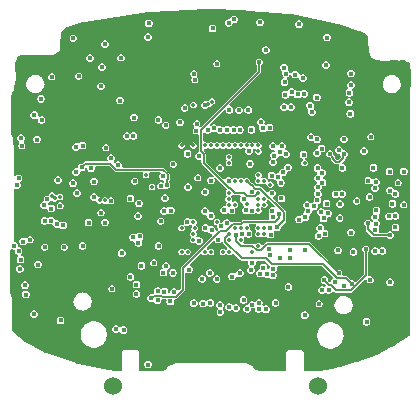
<source format=gbr>
G04*
G04 #@! TF.GenerationSoftware,Altium Limited,Altium Designer,24.6.1 (21)*
G04*
G04 Layer_Physical_Order=7*
G04 Layer_Color=8388736*
%FSLAX44Y44*%
%MOMM*%
G71*
G04*
G04 #@! TF.SameCoordinates,46D9000B-954F-446C-B998-76B77EA3697B*
G04*
G04*
G04 #@! TF.FilePolarity,Positive*
G04*
G01*
G75*
%ADD17C,0.1500*%
%ADD68C,1.5240*%
%ADD69C,0.3500*%
%ADD70C,0.4500*%
%ADD71C,0.4000*%
G36*
X166401Y270186D02*
X197581Y269160D01*
X198812Y268983D01*
X198876Y268957D01*
X200111Y269007D01*
X211446Y268012D01*
X211447Y268012D01*
X211449Y268012D01*
X234281Y266065D01*
X234376Y266049D01*
X235530Y265819D01*
X236776Y265679D01*
X279492Y256383D01*
X279622Y256346D01*
X280805Y255994D01*
D01*
X282025Y255695D01*
X293194Y252050D01*
X293249Y252032D01*
X294335Y251590D01*
X294335Y251590D01*
X294373Y251574D01*
X295546Y251237D01*
X296745Y250800D01*
X298459Y250175D01*
X298475Y250104D01*
Y250104D01*
X298683Y250017D01*
X299466Y249362D01*
X301584Y247250D01*
X301598Y247217D01*
X301875Y241250D01*
X301876Y241210D01*
X301756Y240037D01*
X301905Y239084D01*
X301943Y238804D01*
X301955Y237503D01*
X301982Y234625D01*
X301998Y234548D01*
X301989Y234470D01*
X302090Y234109D01*
X302167Y233741D01*
X302211Y233676D01*
X302232Y233601D01*
X304334Y229452D01*
X304384Y229389D01*
X304410Y229314D01*
X304661Y229036D01*
X304892Y228742D01*
X304961Y228703D01*
X305015Y228643D01*
X305353Y228482D01*
X305679Y228299D01*
X305758Y228289D01*
X305830Y228255D01*
X313071Y226421D01*
X313389Y226404D01*
X313704Y226351D01*
X326263Y226701D01*
X327472Y226566D01*
X328192Y226677D01*
X328696Y226751D01*
X330010Y226768D01*
X332604Y226800D01*
X333014Y226631D01*
X333030Y226637D01*
X333045Y226646D01*
X336648Y224693D01*
X337422Y220320D01*
X337292Y220165D01*
Y220165D01*
X337290Y220163D01*
X337374Y219961D01*
X337463Y218740D01*
X337395Y189733D01*
X337395Y189731D01*
X337395Y189730D01*
X337396Y15497D01*
Y-4405D01*
X337329Y-5332D01*
X337299Y-5357D01*
X337133Y-5629D01*
X336307Y-6408D01*
X324179Y-14463D01*
X324128Y-14492D01*
X323067Y-15077D01*
X323067Y-15077D01*
X321996Y-15714D01*
X320966Y-16224D01*
X308731Y-22287D01*
X307579Y-22771D01*
X307471Y-22816D01*
X306329Y-23325D01*
X294292Y-27809D01*
X293102Y-28252D01*
X291968Y-28582D01*
X291052Y-28916D01*
X290773Y-29017D01*
X278437Y-32537D01*
X277267Y-32769D01*
X277266Y-32768D01*
X276353Y-33045D01*
X276048Y-33135D01*
X274806Y-33402D01*
X265567Y-35391D01*
X264324Y-35543D01*
X264323Y-35543D01*
X263385Y-35785D01*
X263090Y-35858D01*
X260205Y-36322D01*
X247055D01*
Y-19738D01*
X246738Y-18973D01*
X245973Y-18656D01*
X233472D01*
X232707Y-18973D01*
X232390Y-19738D01*
Y-36322D01*
X211200D01*
X206918Y-35396D01*
X206685Y-35299D01*
X204458Y-32574D01*
X204396Y-32523D01*
X204354Y-32455D01*
X204050Y-32237D01*
X203761Y-31999D01*
X203685Y-31976D01*
X203619Y-31929D01*
X198188Y-29473D01*
X198152Y-29464D01*
X198120Y-29443D01*
X197713Y-29362D01*
X197309Y-29268D01*
X197272Y-29274D01*
X197235Y-29267D01*
X139619D01*
X139186Y-29353D01*
X138751Y-29436D01*
X133220Y-31671D01*
X133133Y-31728D01*
X133033Y-31756D01*
X132758Y-31974D01*
X132465Y-32166D01*
X132407Y-32252D01*
X132325Y-32317D01*
X131327Y-33490D01*
X130506Y-34354D01*
X130290Y-34444D01*
X130251Y-34539D01*
X130246Y-34625D01*
X129534Y-35142D01*
X127796Y-36322D01*
X107549D01*
Y-19738D01*
X107232Y-18973D01*
X106466Y-18655D01*
X93966D01*
X93200Y-18973D01*
X92883Y-19738D01*
Y-36322D01*
X88236D01*
X85949Y-36049D01*
X85906Y-36044D01*
X85898Y-36043D01*
X84703Y-35774D01*
Y-35774D01*
X83477Y-35683D01*
X83375Y-35670D01*
X82895Y-35505D01*
X82895Y-35504D01*
X81653Y-35375D01*
X56376Y-30333D01*
X56227Y-30294D01*
X55039Y-29960D01*
Y-29960D01*
X53836Y-29648D01*
X29447Y-21300D01*
X28479Y-20956D01*
X28449Y-20881D01*
X28282Y-20811D01*
X27171Y-20297D01*
X12484Y-12455D01*
X11453Y-11782D01*
X11267Y-11705D01*
X10263Y-11011D01*
X5886Y-7594D01*
X4998Y-6734D01*
X4971Y-6669D01*
X4880Y-6631D01*
X4084Y-5939D01*
X4046Y-5897D01*
X247Y-1661D01*
X177Y-1493D01*
X-0Y210D01*
X50Y1361D01*
X-1Y1483D01*
Y1483D01*
X-99Y1574D01*
X-95Y2402D01*
X333Y17073D01*
X315Y17180D01*
X329Y17287D01*
X-157Y24956D01*
X-205Y25136D01*
X-210Y25323D01*
X-1310Y30152D01*
X-1438Y31368D01*
X-1544Y31622D01*
X-1614Y32824D01*
Y64494D01*
X-1597Y65669D01*
X-1438Y66052D01*
X-1423Y66066D01*
X-512Y66888D01*
X159Y67038D01*
X281Y66915D01*
X1475Y66421D01*
X2192D01*
X2413Y66088D01*
Y64795D01*
X2908Y63601D01*
X3823Y62687D01*
X5017Y62192D01*
X5506D01*
X5758Y60922D01*
X5525Y60825D01*
X4611Y59911D01*
X4116Y58716D01*
Y57424D01*
X4611Y56229D01*
X5525Y55315D01*
X6719Y54820D01*
X8012D01*
X9207Y55315D01*
X10121Y56229D01*
X10616Y57424D01*
Y58716D01*
X10121Y59911D01*
X9207Y60825D01*
X8012Y61320D01*
X7524D01*
X7271Y62590D01*
X7505Y62687D01*
X8419Y63601D01*
X8913Y64795D01*
Y66088D01*
X8419Y67283D01*
X7505Y68197D01*
X6310Y68692D01*
X5594D01*
X5372Y69024D01*
Y70317D01*
X4877Y71512D01*
X3963Y72426D01*
X2768Y72920D01*
X2284D01*
X1631Y73609D01*
X1334Y74132D01*
X1358Y74289D01*
X1441Y74620D01*
X1642Y78542D01*
X1633Y78604D01*
X1645Y78666D01*
X1542Y117867D01*
X1841Y118142D01*
X2810Y118590D01*
X3672Y118234D01*
X4965D01*
X6159Y118729D01*
X7073Y119643D01*
X7568Y120837D01*
Y122130D01*
X7073Y123325D01*
X7786Y124408D01*
X8379Y125002D01*
X8874Y126196D01*
Y127489D01*
X8379Y128684D01*
X7465Y129598D01*
X6270Y130093D01*
X4978D01*
X3783Y129598D01*
X2869Y128684D01*
X2809Y128541D01*
X1539Y128793D01*
X1540Y149569D01*
X1532Y149607D01*
X1539Y149646D01*
X1193Y160086D01*
X1096Y160502D01*
X1008Y160919D01*
X-249Y163861D01*
X-198Y163939D01*
X-198D01*
X-373Y164362D01*
Y197482D01*
X-240Y198697D01*
X-198Y198799D01*
X-42Y199560D01*
X174Y200002D01*
X176Y200005D01*
X213Y200094D01*
X796Y201122D01*
X1441Y202090D01*
X1608Y202496D01*
X1780Y202900D01*
X3013Y208797D01*
X3015Y209045D01*
X3062Y209290D01*
X2932Y224332D01*
X3007Y225330D01*
X3097Y225547D01*
X3092Y225558D01*
X3507Y226656D01*
X5126Y230327D01*
X8448Y230954D01*
X9381Y231047D01*
X9444Y230994D01*
X9459Y230988D01*
X10057Y231070D01*
X10480Y231123D01*
X10885Y231147D01*
X11977Y231134D01*
X27432Y230951D01*
X27439Y230952D01*
X27447Y230951D01*
X27471D01*
X27473Y230951D01*
X27475Y230951D01*
X33736Y230993D01*
X33933Y231033D01*
X34135Y231030D01*
X34371Y231124D01*
X34620Y231175D01*
X34787Y231288D01*
X34975Y231362D01*
X39424Y234231D01*
X39502Y234306D01*
X39597Y234354D01*
X39824Y234618D01*
X40073Y234859D01*
X40116Y234958D01*
X40186Y235039D01*
X40294Y235369D01*
X40432Y235688D01*
X40434Y235795D01*
X40468Y235897D01*
X40989Y240189D01*
X40978Y240330D01*
X41006Y240468D01*
Y244620D01*
X41020Y244750D01*
X41181Y245954D01*
X41181D01*
X41129Y246930D01*
X41287Y247745D01*
X41287Y247745D01*
X41506Y248948D01*
X42288Y251706D01*
X42312Y251716D01*
X42440Y252025D01*
X44914Y253939D01*
X45164Y254122D01*
X46201Y254778D01*
X47281Y255275D01*
X49535Y256144D01*
X49623Y256177D01*
X50665Y256497D01*
X50675Y256492D01*
X50675Y256492D01*
X50748Y256522D01*
X51843Y256943D01*
X51862Y256949D01*
X57951Y258820D01*
X59158Y259083D01*
X59159Y259083D01*
X60102Y259319D01*
X60522Y259411D01*
X61645Y259583D01*
X115256Y267825D01*
X116520Y267870D01*
D01*
X117725Y268064D01*
X117891Y268086D01*
X163947Y270170D01*
X163954Y270171D01*
X164333Y270138D01*
X165167Y270052D01*
X166003Y270149D01*
X166395Y270186D01*
X166401Y270186D01*
D02*
G37*
%LPC*%
G36*
X210889Y262116D02*
X209597D01*
X208402Y261621D01*
X207488Y260707D01*
X206993Y259512D01*
Y258220D01*
X207488Y257025D01*
X208402Y256111D01*
X209597Y255616D01*
X210889D01*
X212084Y256111D01*
X212998Y257025D01*
X213493Y258220D01*
Y259512D01*
X212998Y260707D01*
X212084Y261621D01*
X210889Y262116D01*
D02*
G37*
G36*
X188860Y264664D02*
X187568D01*
X186373Y264169D01*
X185459Y263255D01*
X185102Y262393D01*
X184174Y261616D01*
X182881D01*
X181686Y261121D01*
X180772Y260207D01*
X180278Y259013D01*
Y257720D01*
X180772Y256525D01*
X181686Y255611D01*
X182881Y255116D01*
X184174D01*
X185368Y255611D01*
X186283Y256525D01*
X186640Y257387D01*
X187568Y258164D01*
X188860D01*
X190055Y258659D01*
X190969Y259573D01*
X191464Y260768D01*
Y262061D01*
X190969Y263255D01*
X190055Y264169D01*
X188860Y264664D01*
D02*
G37*
G36*
X116470Y261314D02*
X115177D01*
X113983Y260819D01*
X113069Y259905D01*
X112574Y258710D01*
Y257418D01*
X113069Y256223D01*
X113983Y255309D01*
X115177Y254814D01*
X116470D01*
X117665Y255309D01*
X118579Y256223D01*
X119074Y257418D01*
Y258710D01*
X118579Y259905D01*
X117665Y260819D01*
X116470Y261314D01*
D02*
G37*
G36*
X243724Y260552D02*
X242432D01*
X241237Y260057D01*
X240323Y259143D01*
X239828Y257948D01*
Y256656D01*
X240323Y255461D01*
X241237Y254547D01*
X242432Y254052D01*
X243724D01*
X244919Y254547D01*
X245833Y255461D01*
X246328Y256656D01*
Y257948D01*
X245833Y259143D01*
X244919Y260057D01*
X243724Y260552D01*
D02*
G37*
G36*
X170466Y257116D02*
X169173D01*
X167979Y256621D01*
X167065Y255707D01*
X166570Y254513D01*
Y253220D01*
X167065Y252025D01*
X167979Y251111D01*
X169173Y250616D01*
X170466D01*
X171661Y251111D01*
X172575Y252025D01*
X173070Y253220D01*
Y254513D01*
X172575Y255707D01*
X171661Y256621D01*
X170466Y257116D01*
D02*
G37*
G36*
X115709Y249884D02*
X114416D01*
X113221Y249389D01*
X112307Y248475D01*
X111812Y247281D01*
Y245987D01*
X112307Y244793D01*
X113221Y243879D01*
X114416Y243384D01*
X115709D01*
X116903Y243879D01*
X117817Y244793D01*
X118312Y245987D01*
Y247281D01*
X117817Y248475D01*
X116903Y249389D01*
X115709Y249884D01*
D02*
G37*
G36*
X267600Y249376D02*
X266308D01*
X265113Y248881D01*
X264199Y247967D01*
X263704Y246772D01*
Y245480D01*
X264199Y244285D01*
X265113Y243371D01*
X266308Y242876D01*
X267600D01*
X268795Y243371D01*
X269709Y244285D01*
X270204Y245480D01*
Y246772D01*
X269709Y247967D01*
X268795Y248881D01*
X267600Y249376D01*
D02*
G37*
G36*
X52413Y248618D02*
X51219D01*
X50117Y248161D01*
X49273Y247317D01*
X48816Y246215D01*
Y245021D01*
X49273Y243919D01*
X50117Y243075D01*
X51219Y242618D01*
X52413D01*
X53515Y243075D01*
X54359Y243919D01*
X54816Y245021D01*
Y246215D01*
X54359Y247317D01*
X53515Y248161D01*
X52413Y248618D01*
D02*
G37*
G36*
X79387Y244042D02*
X78094D01*
X76899Y243547D01*
X75985Y242633D01*
X75490Y241439D01*
Y240145D01*
X75985Y238951D01*
X76899Y238037D01*
X78094Y237542D01*
X79387D01*
X80581Y238037D01*
X81495Y238951D01*
X81990Y240145D01*
Y241439D01*
X81495Y242633D01*
X80581Y243547D01*
X79387Y244042D01*
D02*
G37*
G36*
X215530Y238962D02*
X214237D01*
X213043Y238467D01*
X212129Y237553D01*
X211634Y236359D01*
Y235065D01*
X212129Y233871D01*
X213043Y232957D01*
X214237Y232462D01*
X215530D01*
X216725Y232957D01*
X217639Y233871D01*
X218134Y235065D01*
Y236359D01*
X217639Y237553D01*
X216725Y238467D01*
X215530Y238962D01*
D02*
G37*
G36*
X92928Y231854D02*
X91735D01*
X90632Y231397D01*
X89788Y230553D01*
X89332Y229451D01*
Y228257D01*
X89788Y227155D01*
X90632Y226311D01*
X91735Y225854D01*
X92928D01*
X94031Y226311D01*
X94875Y227155D01*
X95331Y228257D01*
Y229451D01*
X94875Y230553D01*
X94031Y231397D01*
X92928Y231854D01*
D02*
G37*
G36*
X66940Y232104D02*
X65648D01*
X64453Y231609D01*
X63539Y230695D01*
X63044Y229501D01*
Y228207D01*
X63539Y227013D01*
X64453Y226099D01*
X65648Y225604D01*
X66940D01*
X68135Y226099D01*
X69049Y227013D01*
X69544Y228207D01*
Y229501D01*
X69049Y230695D01*
X68135Y231609D01*
X66940Y232104D01*
D02*
G37*
G36*
X173957Y227118D02*
X172763D01*
X171661Y226661D01*
X170817Y225818D01*
X170360Y224715D01*
Y223521D01*
X170817Y222419D01*
X171661Y221575D01*
X172763Y221118D01*
X173957D01*
X175059Y221575D01*
X175903Y222419D01*
X176360Y223521D01*
Y224715D01*
X175903Y225818D01*
X175059Y226661D01*
X173957Y227118D01*
D02*
G37*
G36*
X266584Y226262D02*
X265292D01*
X264097Y225767D01*
X263183Y224853D01*
X262688Y223659D01*
Y222365D01*
X263183Y221171D01*
X264097Y220257D01*
X265292Y219762D01*
X266584D01*
X267779Y220257D01*
X268693Y221171D01*
X269188Y222365D01*
Y223659D01*
X268693Y224853D01*
X267779Y225767D01*
X266584Y226262D01*
D02*
G37*
G36*
X76802Y224440D02*
X75509D01*
X74315Y223945D01*
X73401Y223031D01*
X72906Y221836D01*
Y220543D01*
X73401Y219349D01*
X74315Y218435D01*
X75509Y217940D01*
X76802D01*
X77997Y218435D01*
X78911Y219349D01*
X79406Y220543D01*
Y221836D01*
X78911Y223031D01*
X77997Y223945D01*
X76802Y224440D01*
D02*
G37*
G36*
X287666Y218896D02*
X286374D01*
X285179Y218401D01*
X284265Y217487D01*
X283770Y216292D01*
Y215000D01*
X284265Y213805D01*
X285179Y212891D01*
X286374Y212396D01*
X287666D01*
X288861Y212891D01*
X289775Y213805D01*
X290270Y215000D01*
Y216292D01*
X289775Y217487D01*
X288861Y218401D01*
X287666Y218896D01*
D02*
G37*
G36*
X56985Y216360D02*
X55791D01*
X54689Y215903D01*
X53845Y215059D01*
X53388Y213957D01*
Y212763D01*
X53845Y211661D01*
X54689Y210817D01*
X55791Y210360D01*
X56985D01*
X58087Y210817D01*
X58931Y211661D01*
X59388Y212763D01*
Y213957D01*
X58931Y215059D01*
X58087Y215903D01*
X56985Y216360D01*
D02*
G37*
G36*
X34485Y215816D02*
X33292D01*
X32189Y215360D01*
X31345Y214516D01*
X30889Y213413D01*
Y212220D01*
X31345Y211117D01*
X32189Y210273D01*
X33292Y209816D01*
X34485D01*
X35588Y210273D01*
X36432Y211117D01*
X36889Y212220D01*
Y213413D01*
X36432Y214516D01*
X35588Y215360D01*
X34485Y215816D01*
D02*
G37*
G36*
X230809Y223895D02*
X229516D01*
X228322Y223400D01*
X227407Y222486D01*
X226913Y221292D01*
Y219999D01*
X227407Y218804D01*
X228322Y217890D01*
X228950Y216255D01*
X228906Y216149D01*
Y214856D01*
X229401Y213661D01*
X230310Y212752D01*
X230309Y212650D01*
X230258Y211795D01*
X230145Y211443D01*
X229045Y210987D01*
X228131Y210073D01*
X227636Y208879D01*
Y207586D01*
X228131Y206391D01*
X229045Y205477D01*
X230240Y204982D01*
X231532D01*
X232727Y205477D01*
X233641Y206391D01*
X234136Y207586D01*
Y208879D01*
X233641Y210073D01*
X232732Y210982D01*
X232733Y211085D01*
X232784Y211940D01*
X232897Y212292D01*
X233997Y212747D01*
X234911Y213661D01*
X235406Y214856D01*
X236595Y214660D01*
X236595Y214053D01*
X237090Y212858D01*
X238004Y211944D01*
X239199Y211449D01*
X240492D01*
X241686Y211944D01*
X241860Y212118D01*
X243130Y211592D01*
Y211172D01*
X243625Y209977D01*
X244539Y209063D01*
X245734Y208568D01*
X247027D01*
X248221Y209063D01*
X249135Y209977D01*
X249630Y211172D01*
Y212465D01*
X249135Y213659D01*
X248221Y214573D01*
X247027Y215068D01*
X245734D01*
X244539Y214573D01*
X244365Y214400D01*
X243095Y214925D01*
Y215345D01*
X242600Y216540D01*
X241686Y217454D01*
X240492Y217949D01*
X239199D01*
X238004Y217454D01*
X237090Y216540D01*
X236595Y215346D01*
X235406Y215541D01*
X235406Y216149D01*
X234911Y217343D01*
X233997Y218257D01*
X233368Y219892D01*
X233413Y219999D01*
Y221292D01*
X232918Y222486D01*
X232004Y223400D01*
X230809Y223895D01*
D02*
G37*
G36*
X154687Y218509D02*
X153493D01*
X152391Y218053D01*
X151547Y217209D01*
X151090Y216106D01*
Y214913D01*
X151547Y213810D01*
X152391Y212966D01*
X152508Y212377D01*
X152397Y212265D01*
X151940Y211163D01*
Y209969D01*
X152397Y208867D01*
X153241Y208023D01*
X154343Y207566D01*
X155537D01*
X156639Y208023D01*
X157483Y208867D01*
X157940Y209969D01*
Y211163D01*
X157483Y212265D01*
X156639Y213109D01*
X156522Y213699D01*
X156633Y213810D01*
X157090Y214913D01*
Y216106D01*
X156633Y217209D01*
X155789Y218053D01*
X154687Y218509D01*
D02*
G37*
G36*
X76035Y207978D02*
X74841D01*
X73739Y207521D01*
X72895Y206677D01*
X72438Y205575D01*
Y204381D01*
X72895Y203279D01*
X73739Y202435D01*
X74841Y201978D01*
X76035D01*
X77137Y202435D01*
X77981Y203279D01*
X78438Y204381D01*
Y205575D01*
X77981Y206677D01*
X77137Y207521D01*
X76035Y207978D01*
D02*
G37*
G36*
X237374Y203450D02*
X236082D01*
X234887Y202955D01*
X233973Y202041D01*
X233478Y200847D01*
X232265Y200934D01*
X230973D01*
X229778Y200439D01*
X228864Y199525D01*
X228369Y198331D01*
Y197038D01*
X228864Y195843D01*
X229778Y194929D01*
X230973Y194434D01*
X232265D01*
X233460Y194929D01*
X234374Y195843D01*
X234869Y197038D01*
X236082Y196950D01*
X237374D01*
X239007Y196252D01*
X239039Y196176D01*
X239953Y195262D01*
X241147Y194767D01*
X242440D01*
X243635Y195262D01*
X244549Y196176D01*
X245689Y195782D01*
X246884Y195287D01*
X248177D01*
X249371Y195782D01*
X250285Y196696D01*
X250780Y197891D01*
Y199184D01*
X250285Y200378D01*
X249371Y201292D01*
X248177Y201787D01*
X246884D01*
X245689Y201292D01*
X244775Y200378D01*
X243635Y200772D01*
X242440Y201267D01*
X241147D01*
X239515Y201965D01*
X239483Y202041D01*
X238569Y202955D01*
X237374Y203450D01*
D02*
G37*
G36*
X19634Y214580D02*
X18950Y214422D01*
X18416Y214315D01*
X17674Y214168D01*
X17582Y214106D01*
X17471D01*
X16270Y213608D01*
X16191Y213530D01*
X16082Y213508D01*
X15428Y213071D01*
X15001Y212786D01*
X14406Y212404D01*
X14388Y212396D01*
X14388Y212396D01*
X14264Y212271D01*
X14139Y212147D01*
X14139Y212147D01*
X14130Y212126D01*
X13782Y211567D01*
X13472Y211103D01*
X13060Y210485D01*
X13038Y210377D01*
X12960Y210298D01*
X12462Y209097D01*
Y208986D01*
X12400Y208894D01*
X12253Y208153D01*
X12146Y207618D01*
X11988Y206943D01*
Y206455D01*
X12146Y205894D01*
X12274Y205254D01*
X12400Y204618D01*
X12462Y204526D01*
Y204415D01*
X12960Y203214D01*
X13038Y203135D01*
X13060Y203026D01*
X13782Y201945D01*
X14046Y201475D01*
X14059Y201445D01*
X14059Y201445D01*
X14321Y201184D01*
X14582Y200922D01*
X14582Y200922D01*
X14656Y200891D01*
X14983Y200735D01*
X15573Y200344D01*
X15931Y200105D01*
X16083Y200004D01*
X16191Y199982D01*
X16270Y199904D01*
X17471Y199406D01*
X17582D01*
X17674Y199344D01*
X18199Y199240D01*
X19068Y199045D01*
X19361Y198933D01*
X19362Y198932D01*
X19362Y198932D01*
X20245Y198932D01*
X20564Y199050D01*
X20587Y199055D01*
X21408Y199236D01*
X21950Y199344D01*
X22042Y199406D01*
X22153D01*
X23354Y199904D01*
X23433Y199982D01*
X23542Y200004D01*
X23722Y200124D01*
X24639Y200734D01*
X24996Y200910D01*
X25055Y200935D01*
X25055Y200935D01*
X25294Y201175D01*
X25535Y201414D01*
X25535Y201415D01*
X25545Y201440D01*
X25842Y201945D01*
X26564Y203027D01*
X26586Y203135D01*
X26664Y203214D01*
X27162Y204415D01*
Y204526D01*
X27224Y204618D01*
X27478Y205894D01*
X27636Y206499D01*
Y206900D01*
X27478Y207618D01*
X27378Y208120D01*
X27224Y208894D01*
X27162Y208986D01*
Y209097D01*
X26664Y210298D01*
X26586Y210377D01*
X26564Y210485D01*
X26129Y211137D01*
X25842Y211567D01*
X25463Y212158D01*
X25455Y212177D01*
X25455Y212177D01*
X25351Y212279D01*
X25249Y212383D01*
X25249Y212383D01*
X25231Y212391D01*
X24623Y212786D01*
X24210Y213062D01*
X23542Y213508D01*
X23433Y213530D01*
X23354Y213608D01*
X22153Y214106D01*
X22042D01*
X21950Y214168D01*
X21191Y214319D01*
X20674Y214422D01*
X19972Y214580D01*
X19634D01*
X19634D01*
D02*
G37*
G36*
X321310Y214569D02*
X320717Y214411D01*
X320099Y214288D01*
X319441Y214157D01*
X319349Y214096D01*
X319238D01*
X318036Y213598D01*
X317957Y213519D01*
X317849Y213498D01*
X316767Y212775D01*
X316242Y212459D01*
X316218Y212449D01*
X316218Y212449D01*
X316004Y212233D01*
X315788Y212019D01*
X315788Y212019D01*
X315771Y211978D01*
X315550Y211560D01*
X314982Y210708D01*
X314826Y210475D01*
X314804Y210366D01*
X314726Y210288D01*
X314228Y209086D01*
Y208975D01*
X314166Y208883D01*
X314044Y208268D01*
X313908Y207592D01*
X313796Y207231D01*
X313755Y207099D01*
X313755Y207099D01*
X313755Y206299D01*
X314019Y205313D01*
X314142Y204730D01*
X314166Y204608D01*
X314190Y204572D01*
X314227Y204408D01*
X314228Y204405D01*
X314386Y204024D01*
X314726Y203203D01*
X314804Y203125D01*
X314826Y203016D01*
X315124Y202570D01*
X315606Y201805D01*
X315667Y201670D01*
X315723Y201536D01*
X315723Y201536D01*
X316050Y201211D01*
X316376Y200884D01*
X316376Y200883D01*
X316556Y200809D01*
X316642Y200771D01*
X317411Y200285D01*
X317849Y199993D01*
X317957Y199971D01*
X318036Y199893D01*
X319238Y199395D01*
X319349D01*
X319441Y199333D01*
X319530Y199316D01*
X319982Y199224D01*
X320832Y199028D01*
X321089Y198922D01*
X321921D01*
X322397Y199067D01*
X323090Y199209D01*
X323716Y199333D01*
X323808Y199395D01*
X323919D01*
X325121Y199893D01*
X325199Y199971D01*
X325308Y199993D01*
X326389Y200716D01*
X326854Y200975D01*
X326885Y200988D01*
X326885Y200988D01*
X327034Y201138D01*
X327183Y201286D01*
X327184Y201287D01*
X327191Y201304D01*
X327608Y201934D01*
X327867Y202321D01*
X328330Y203016D01*
X328352Y203125D01*
X328431Y203203D01*
X328928Y204405D01*
Y204516D01*
X328990Y204608D01*
X329154Y205431D01*
X329244Y205884D01*
X329402Y206655D01*
Y206745D01*
X329244Y207607D01*
X329171Y207974D01*
X328990Y208883D01*
X328928Y208975D01*
Y209086D01*
X328431Y210288D01*
X328352Y210366D01*
X328330Y210475D01*
X327820Y211239D01*
X327608Y211556D01*
X327125Y212254D01*
X327119Y212269D01*
X327119Y212269D01*
X327080Y212306D01*
X327043Y212345D01*
X327043Y212345D01*
X327026Y212352D01*
X326389Y212775D01*
X326007Y213030D01*
X325308Y213498D01*
X325199Y213519D01*
X325121Y213598D01*
X323919Y214096D01*
X323808D01*
X323716Y214157D01*
X322921Y214315D01*
X322440Y214411D01*
X321700Y214569D01*
X321310D01*
X321310D01*
D02*
G37*
G36*
X287920Y209244D02*
X286628D01*
X285433Y208749D01*
X284519Y207835D01*
X284024Y206640D01*
Y205347D01*
X284519Y204153D01*
X284858Y203813D01*
X284490Y202386D01*
X283909Y202145D01*
X282995Y201231D01*
X282500Y200037D01*
Y198743D01*
X282995Y197549D01*
X283909Y196635D01*
X285103Y196140D01*
X286397D01*
X287591Y196635D01*
X288505Y197549D01*
X289000Y198743D01*
Y200037D01*
X288505Y201231D01*
X288165Y201571D01*
X288534Y202998D01*
X289115Y203239D01*
X290029Y204153D01*
X290524Y205347D01*
Y206640D01*
X290029Y207835D01*
X289115Y208749D01*
X287920Y209244D01*
D02*
G37*
G36*
X258691Y198565D02*
X257398D01*
X256204Y198070D01*
X255289Y197156D01*
X254795Y195961D01*
Y194668D01*
X255289Y193474D01*
X256204Y192560D01*
X257398Y192065D01*
X258691D01*
X259886Y192560D01*
X260800Y193474D01*
X261295Y194668D01*
Y195961D01*
X260800Y197156D01*
X259886Y198070D01*
X258691Y198565D01*
D02*
G37*
G36*
X169735Y194603D02*
X168641D01*
X167630Y194184D01*
X166857Y193411D01*
X166453Y192435D01*
X165876D01*
X164865Y192017D01*
X164855Y192006D01*
X164324Y192226D01*
X163032D01*
X161837Y191731D01*
X160923Y190817D01*
X160428Y189622D01*
Y188330D01*
X160923Y187135D01*
X161837Y186221D01*
X163032Y185726D01*
X164324D01*
X165519Y186221D01*
X166233Y186935D01*
X166970D01*
X167980Y187354D01*
X168754Y188127D01*
X169158Y189103D01*
X169735D01*
X170746Y189522D01*
X171519Y190295D01*
X171938Y191306D01*
Y192400D01*
X171519Y193411D01*
X170746Y194184D01*
X169735Y194603D01*
D02*
G37*
G36*
X25069Y197598D02*
X23776D01*
X22581Y197103D01*
X21667Y196189D01*
X21172Y194994D01*
Y193701D01*
X21667Y192507D01*
X22581Y191593D01*
X23776Y191098D01*
X25069D01*
X26263Y191593D01*
X27177Y192507D01*
X27672Y193701D01*
Y194994D01*
X27177Y196189D01*
X26263Y197103D01*
X25069Y197598D01*
D02*
G37*
G36*
X92086Y196036D02*
X90794D01*
X89599Y195541D01*
X88685Y194627D01*
X88190Y193433D01*
Y192139D01*
X88685Y190945D01*
X89599Y190031D01*
X90794Y189536D01*
X92086D01*
X93281Y190031D01*
X94195Y190945D01*
X94690Y192139D01*
Y193433D01*
X94195Y194627D01*
X93281Y195541D01*
X92086Y196036D01*
D02*
G37*
G36*
X236755Y190702D02*
X235462D01*
X234267Y190207D01*
X233353Y189293D01*
X232255Y189855D01*
X232219Y189891D01*
X231024Y190386D01*
X229732D01*
X228537Y189891D01*
X227623Y188977D01*
X227128Y187782D01*
Y186490D01*
X227623Y185295D01*
X228537Y184381D01*
X229732Y183886D01*
X231024D01*
X232219Y184381D01*
X233133Y185295D01*
X234231Y184733D01*
X234267Y184697D01*
X235462Y184202D01*
X236755D01*
X237949Y184697D01*
X238864Y185611D01*
X239358Y186805D01*
Y188099D01*
X238864Y189293D01*
X237949Y190207D01*
X236755Y190702D01*
D02*
G37*
G36*
X285889Y194512D02*
X284596D01*
X283401Y194017D01*
X282487Y193103D01*
X281992Y191908D01*
Y190616D01*
X282487Y189421D01*
X283401Y188507D01*
X284596Y188012D01*
X285889D01*
X287083Y188507D01*
X287997Y189421D01*
X288492Y190616D01*
Y191908D01*
X287997Y193103D01*
X287083Y194017D01*
X285889Y194512D01*
D02*
G37*
G36*
X154177Y191726D02*
X153083D01*
X152072Y191307D01*
X151299Y190534D01*
X150880Y189523D01*
Y188429D01*
X151299Y187418D01*
X152072Y186645D01*
X153083Y186226D01*
X154177D01*
X155188Y186645D01*
X155961Y187418D01*
X156380Y188429D01*
Y189523D01*
X155961Y190534D01*
X155188Y191307D01*
X154177Y191726D01*
D02*
G37*
G36*
X146901Y189436D02*
X145707D01*
X144605Y188979D01*
X143761Y188135D01*
X143304Y187033D01*
Y185839D01*
X143761Y184737D01*
X144605Y183893D01*
X145707Y183436D01*
X146901D01*
X148003Y183893D01*
X148847Y184737D01*
X149304Y185839D01*
Y187033D01*
X148847Y188135D01*
X148003Y188979D01*
X146901Y189436D01*
D02*
G37*
G36*
X200798Y188186D02*
X199506D01*
X198311Y187691D01*
X197397Y186777D01*
X196902Y185582D01*
Y184289D01*
X197397Y183095D01*
X198311Y182181D01*
X199506Y181686D01*
X200798D01*
X201993Y182181D01*
X202907Y183095D01*
X203402Y184289D01*
Y185582D01*
X202907Y186777D01*
X201993Y187691D01*
X200798Y188186D01*
D02*
G37*
G36*
X209920Y228298D02*
X208726D01*
X207624Y227841D01*
X206780Y226997D01*
X206323Y225895D01*
Y224701D01*
X206780Y223599D01*
X207539Y222840D01*
Y217916D01*
X159420Y169797D01*
X158919Y169987D01*
X158695Y171285D01*
X158939Y171529D01*
X159396Y172631D01*
Y173825D01*
X158939Y174927D01*
X158095Y175771D01*
X156993Y176228D01*
X155799D01*
X154697Y175771D01*
X153853Y174927D01*
X153396Y173825D01*
Y172631D01*
X153853Y171529D01*
X154350Y171031D01*
X154264Y169726D01*
X154181Y169541D01*
X153413Y168773D01*
X152956Y167671D01*
Y166477D01*
X153413Y165375D01*
X154257Y164531D01*
X155359Y164074D01*
X156553D01*
X157100Y164301D01*
X158370Y163586D01*
Y149727D01*
X157963Y149232D01*
X157573D01*
X156379Y148737D01*
X155465Y147823D01*
X154970Y146629D01*
Y145336D01*
X155465Y144141D01*
X156379Y143227D01*
X157573Y142732D01*
X158867D01*
X159182Y142863D01*
X160452Y142014D01*
Y140261D01*
X160588Y139578D01*
X160974Y138999D01*
X171223Y128750D01*
X170499Y127780D01*
X169304Y128275D01*
X168011D01*
X166817Y127780D01*
X165902Y126866D01*
X165408Y125672D01*
Y124379D01*
X165902Y123184D01*
X166817Y122270D01*
X168011Y121775D01*
X169304D01*
X170499Y122270D01*
X171413Y123184D01*
X171908Y124379D01*
Y125672D01*
X171413Y126866D01*
X172383Y127591D01*
X181697Y118276D01*
X181972Y117479D01*
X181669Y116630D01*
X181339Y116300D01*
X180920Y115289D01*
Y114195D01*
X181339Y113184D01*
X181488Y113035D01*
X181799Y111941D01*
X181448Y111416D01*
X181064Y111032D01*
X180645Y110021D01*
Y108927D01*
X181064Y107916D01*
X181837Y107143D01*
X181409Y106370D01*
X181339Y106300D01*
X180920Y105289D01*
Y104195D01*
X180937Y104154D01*
X180492Y103568D01*
X179995Y103108D01*
X178851D01*
X177656Y102613D01*
X176742Y101699D01*
X176247Y100505D01*
Y99212D01*
X176742Y98017D01*
X177656Y97103D01*
X178851Y96608D01*
X180144D01*
X181338Y97103D01*
X181846Y97611D01*
X182943Y97707D01*
X183397Y97503D01*
X184087Y96813D01*
X185282Y96318D01*
X186574D01*
X187769Y96813D01*
X188683Y97727D01*
X189178Y98922D01*
Y100215D01*
X188968Y100722D01*
X189180Y101803D01*
X189639Y102167D01*
X190228Y102411D01*
X191001Y103184D01*
X191420Y104195D01*
Y105289D01*
X191001Y106300D01*
X190228Y107073D01*
X189217Y107492D01*
X188123D01*
X187113Y107073D01*
X187036Y106996D01*
X186918Y107006D01*
X185746Y107654D01*
X185726Y107916D01*
X186145Y108927D01*
Y110021D01*
X185726Y111032D01*
X185577Y111181D01*
X185310Y112119D01*
X186037Y113192D01*
X187307Y113465D01*
X187473Y113419D01*
X187959Y113094D01*
X188642Y112958D01*
X193493D01*
X194001Y111688D01*
X193447Y111133D01*
X192952Y109939D01*
Y108646D01*
X193447Y107451D01*
X194361Y106537D01*
X194867Y106327D01*
X195878Y105449D01*
Y104355D01*
X196105Y103807D01*
X196243Y102489D01*
X195329Y101575D01*
X194834Y100381D01*
Y99088D01*
X195329Y97893D01*
X196243Y96979D01*
X197437Y96484D01*
X198730D01*
X199925Y96979D01*
X200047Y97101D01*
X201014Y97734D01*
X201707Y97101D01*
X201894Y96914D01*
X202996Y96457D01*
X204190D01*
X205293Y96914D01*
X206136Y97758D01*
X207330Y97321D01*
X208123Y96992D01*
X209217D01*
X210228Y97411D01*
X211001Y98184D01*
X211420Y99195D01*
Y100289D01*
X211001Y101300D01*
X210889Y101412D01*
X210508Y101988D01*
X210821Y102301D01*
X212112Y102411D01*
X213123Y101992D01*
X214217D01*
X215228Y102411D01*
X216001Y103184D01*
X216420Y104195D01*
Y105289D01*
X216001Y106300D01*
X215889Y106412D01*
X215339Y107242D01*
X215889Y108072D01*
X216001Y108184D01*
X216039Y108275D01*
X217537Y108573D01*
X222833Y103277D01*
X222114Y102200D01*
X221155Y102598D01*
X219862D01*
X218668Y102103D01*
X217753Y101188D01*
X217259Y99994D01*
Y98701D01*
X217753Y97507D01*
X217908Y97352D01*
X217969Y95677D01*
X217474Y94483D01*
Y93190D01*
X217605Y92874D01*
X216756Y91604D01*
X195738D01*
X195055Y91469D01*
X194477Y91082D01*
X193571Y90176D01*
X187348D01*
X186665Y90041D01*
X186385Y89853D01*
X186071Y89850D01*
X185420Y90023D01*
X184931Y90295D01*
X184624Y91036D01*
X183710Y91951D01*
X182516Y92445D01*
X181223D01*
X180028Y91951D01*
X179114Y91036D01*
X178861Y90427D01*
X177878Y89459D01*
X176585D01*
X176420Y89570D01*
Y90289D01*
X176001Y91299D01*
X175228Y92073D01*
X174217Y92492D01*
X173123D01*
X172112Y92073D01*
X171339Y91299D01*
X170920Y90289D01*
Y89195D01*
X171339Y88184D01*
X172112Y87410D01*
X173123Y86992D01*
X173890D01*
X173981Y86856D01*
Y85563D01*
X174476Y84368D01*
X174753Y84091D01*
X174690Y83455D01*
X173614Y82379D01*
X172344Y82905D01*
Y83634D01*
X171849Y84829D01*
X170935Y85743D01*
X169741Y86238D01*
X168448D01*
X168192Y86132D01*
X166611Y86631D01*
X165696Y87545D01*
X164502Y88040D01*
X163209D01*
X162015Y87545D01*
X161100Y86631D01*
X160606Y85436D01*
Y84143D01*
X161100Y82949D01*
X162015Y82035D01*
X163209Y81540D01*
X164502D01*
X164757Y81646D01*
X166339Y81147D01*
X167253Y80232D01*
X168448Y79738D01*
X169177D01*
X169703Y78468D01*
X143344Y52109D01*
X142957Y51530D01*
X142822Y50847D01*
Y33310D01*
X141480Y31968D01*
X139982Y32266D01*
X139851Y32582D01*
X138937Y33496D01*
X137742Y33991D01*
X136449D01*
X135255Y33496D01*
X134341Y32582D01*
X133846Y31387D01*
Y30770D01*
X133017Y29770D01*
X132314Y30246D01*
Y31538D01*
X131819Y32733D01*
X130905Y33647D01*
X129711Y34142D01*
X128418D01*
X127484Y33755D01*
X126213Y33506D01*
X125299Y34420D01*
X124104Y34915D01*
X122811D01*
X121617Y34420D01*
X120702Y33506D01*
X120208Y32311D01*
Y31018D01*
X120353Y30666D01*
X119984Y29311D01*
X119722Y29125D01*
X119401Y28910D01*
X118865Y28375D01*
X118235Y28636D01*
X116942D01*
X115747Y28142D01*
X114833Y27227D01*
X114338Y26033D01*
Y24740D01*
X114833Y23545D01*
X115747Y22631D01*
X116942Y22136D01*
X118235D01*
X119429Y22631D01*
X120541Y21947D01*
X120606Y21792D01*
X121520Y20877D01*
X122715Y20383D01*
X124008D01*
X125202Y20877D01*
X126116Y21792D01*
X126611Y22986D01*
Y23837D01*
X127384Y24743D01*
X127712Y24940D01*
X130144D01*
X130993Y23670D01*
X130862Y23355D01*
Y22062D01*
X131357Y20868D01*
X132271Y19953D01*
X133465Y19459D01*
X134759D01*
X135953Y19953D01*
X136867Y20868D01*
X137362Y22062D01*
Y23355D01*
X137231Y23670D01*
X138080Y24940D01*
X138759D01*
X139442Y25076D01*
X140021Y25463D01*
X145868Y31309D01*
X146254Y31888D01*
X146390Y32571D01*
Y46517D01*
X147660Y47043D01*
X147796Y46907D01*
X148990Y46412D01*
X150283D01*
X151478Y46907D01*
X152392Y47821D01*
X152887Y49016D01*
Y50308D01*
X152392Y51503D01*
X151478Y52417D01*
X150783Y52705D01*
X150367Y54085D01*
X159818Y63536D01*
X161316Y63238D01*
X161339Y63184D01*
X162112Y62411D01*
X163123Y61992D01*
X164217D01*
X165228Y62411D01*
X165340Y62523D01*
X166170Y63073D01*
X167000Y62523D01*
X167113Y62411D01*
X168123Y61992D01*
X169217D01*
X170228Y62411D01*
X171001Y63184D01*
X171420Y64195D01*
Y65289D01*
X171001Y66300D01*
X170228Y67073D01*
X169217Y67492D01*
X168123D01*
X167113Y67073D01*
X167000Y66961D01*
X166170Y66412D01*
X165340Y66961D01*
X165228Y67073D01*
X165174Y67096D01*
X164876Y68594D01*
X170162Y73880D01*
X171660Y73582D01*
X171791Y73267D01*
X172705Y72353D01*
X173900Y71858D01*
X175193D01*
X176387Y72353D01*
X177137Y73103D01*
X177922Y73007D01*
X178471Y72777D01*
X178505Y72603D01*
X178892Y72024D01*
X182364Y68552D01*
X182118Y67105D01*
X181040Y66498D01*
X180340Y66961D01*
X180228Y67073D01*
X179217Y67492D01*
X178123D01*
X177113Y67073D01*
X176339Y66300D01*
X175920Y65289D01*
Y64195D01*
X176339Y63184D01*
X177113Y62411D01*
X178123Y61992D01*
X179217D01*
X180228Y62411D01*
X180340Y62523D01*
X181170Y63073D01*
X182000Y62523D01*
X182112Y62411D01*
X183123Y61992D01*
X184217D01*
X185228Y62411D01*
X186001Y63184D01*
X187480Y63436D01*
X193130Y57787D01*
X193709Y57400D01*
X194391Y57264D01*
X199455D01*
X200303Y55994D01*
X200173Y55679D01*
Y54386D01*
X200668Y53191D01*
X200720Y53139D01*
X200473Y51894D01*
X199558Y50980D01*
X199064Y49785D01*
Y48492D01*
X199558Y47298D01*
X200473Y46384D01*
X201667Y45889D01*
X202960D01*
X204154Y46384D01*
X205069Y47298D01*
X205564Y48492D01*
Y49785D01*
X205069Y50980D01*
X205016Y51032D01*
X205264Y52277D01*
X206178Y53191D01*
X206673Y54386D01*
Y55679D01*
X206542Y55994D01*
X207391Y57264D01*
X214525D01*
X218819Y52970D01*
X218848Y52680D01*
X218225Y52057D01*
X217730Y50862D01*
X216652Y50422D01*
X216198Y50662D01*
Y51954D01*
X215703Y53149D01*
X214789Y54063D01*
X213594Y54558D01*
X212302D01*
X211107Y54063D01*
X210193Y53149D01*
X209698Y51954D01*
Y50662D01*
X209068Y49314D01*
X208312Y49001D01*
X207397Y48087D01*
X206903Y46892D01*
Y45599D01*
X207397Y44405D01*
X208312Y43491D01*
X209506Y42996D01*
X210799D01*
X211994Y43491D01*
X212034Y43531D01*
X213073Y44150D01*
X213987Y43236D01*
X215182Y42741D01*
X216475D01*
X217164Y43027D01*
X218437Y42863D01*
X219351Y41949D01*
X220545Y41454D01*
X221838D01*
X223033Y41949D01*
X223947Y42863D01*
X224442Y44057D01*
Y45350D01*
X223947Y46545D01*
X223033Y47459D01*
X223660Y48289D01*
X223735Y48375D01*
X223735Y48375D01*
X224230Y49569D01*
Y50862D01*
X224099Y51178D01*
X224948Y52448D01*
X262884D01*
X271762Y43570D01*
X271464Y42072D01*
X271313Y42009D01*
X270399Y41095D01*
X269904Y39900D01*
Y39550D01*
X268634Y39025D01*
X267770Y39888D01*
X267794Y39945D01*
Y41238D01*
X267299Y42432D01*
X266385Y43346D01*
X265190Y43841D01*
X263897D01*
X262703Y43346D01*
X261789Y42432D01*
X261294Y41238D01*
Y39945D01*
X261789Y38750D01*
X262703Y37836D01*
X263897Y37341D01*
X265173D01*
X265985Y36400D01*
X265668Y35638D01*
X264515Y35320D01*
X263321Y35814D01*
X262027D01*
X260833Y35320D01*
X259919Y34405D01*
X259424Y33211D01*
Y31918D01*
X259919Y30724D01*
X260833Y29809D01*
X262027Y29314D01*
X263321D01*
X264515Y29809D01*
X264531Y29825D01*
X266323Y29821D01*
X266349Y29795D01*
X267544Y29300D01*
X268836D01*
X270031Y29795D01*
X270945Y30710D01*
X271069Y31009D01*
X272567Y31307D01*
X273142Y30732D01*
X273721Y30345D01*
X274404Y30209D01*
X286979D01*
X287661Y30345D01*
X288240Y30732D01*
X299357Y41848D01*
X299771Y41722D01*
X300530Y41225D01*
Y40297D01*
X300987Y39195D01*
X301831Y38351D01*
X302933Y37894D01*
X304127D01*
X305229Y38351D01*
X306073Y39195D01*
X306530Y40297D01*
Y41491D01*
X306073Y42593D01*
X305229Y43437D01*
X304127Y43894D01*
X302933D01*
X302561Y43740D01*
X301464Y44660D01*
X301473Y44703D01*
Y64298D01*
X302232Y65057D01*
X302689Y66160D01*
Y67353D01*
X302232Y68456D01*
X301388Y69300D01*
X300285Y69756D01*
X299092D01*
X297989Y69300D01*
X297145Y68456D01*
X296689Y67353D01*
Y66160D01*
X297145Y65057D01*
X297904Y64298D01*
Y45442D01*
X291610Y39148D01*
X290112Y39446D01*
X290071Y39545D01*
X289227Y40389D01*
X288125Y40846D01*
X287051D01*
X283827Y44071D01*
X283248Y44457D01*
X282565Y44593D01*
X280407D01*
X279558Y45863D01*
X279606Y45978D01*
Y47172D01*
X279149Y48274D01*
X278305Y49118D01*
X277203Y49575D01*
X276129D01*
X253185Y72520D01*
X252606Y72906D01*
X251923Y73042D01*
X216005D01*
X215322Y72906D01*
X214744Y72520D01*
X212593Y70369D01*
X211214Y70786D01*
X211001Y71300D01*
X210228Y72073D01*
X209217Y72492D01*
X208123D01*
X207112Y72073D01*
X206339Y71300D01*
X204894Y71018D01*
X204857Y71040D01*
X204311Y71404D01*
X203629Y71540D01*
X196153D01*
X195627Y72810D01*
X196001Y73184D01*
X196420Y74195D01*
Y75289D01*
X196305Y75566D01*
X196758Y77128D01*
X196879Y77250D01*
X198590Y77290D01*
X199784Y76795D01*
X201077D01*
X202272Y77290D01*
X203186Y78204D01*
X203681Y79399D01*
Y80692D01*
X203186Y81886D01*
X202272Y82800D01*
X202225Y82820D01*
X201420Y84195D01*
Y85289D01*
X201001Y86300D01*
X200535Y86766D01*
X200970Y88036D01*
X206370D01*
X206805Y86766D01*
X206339Y86300D01*
X205920Y85289D01*
Y84195D01*
X206339Y83184D01*
X206451Y83072D01*
X207001Y82242D01*
X206451Y81412D01*
X206339Y81299D01*
X205920Y80289D01*
Y79195D01*
X206339Y78184D01*
X207112Y77410D01*
X208123Y76992D01*
X209217D01*
X210228Y77410D01*
X210340Y77523D01*
X211170Y78072D01*
X212000Y77523D01*
X212112Y77410D01*
X213123Y76992D01*
X214217D01*
X214872Y77263D01*
X216178Y77429D01*
X217092Y76515D01*
X218286Y76020D01*
X219579D01*
X220774Y76515D01*
X221688Y77429D01*
X222183Y78624D01*
Y79917D01*
X221688Y81111D01*
X221508Y81292D01*
X222017Y82578D01*
X222377Y82589D01*
X223571Y82094D01*
X224864D01*
X226059Y82589D01*
X226973Y83503D01*
X227468Y84698D01*
Y85990D01*
X227444Y86047D01*
X231712Y90314D01*
X232099Y90893D01*
X232234Y91576D01*
Y98183D01*
X232099Y98866D01*
X231712Y99445D01*
X221056Y110101D01*
X221464Y111489D01*
X222048Y111731D01*
X222892Y112575D01*
X223348Y113677D01*
Y114871D01*
X222892Y115973D01*
X222048Y116817D01*
X220945Y117274D01*
X219751D01*
X218649Y116817D01*
X217805Y115973D01*
X217563Y115390D01*
X216175Y114982D01*
X211637Y119520D01*
X211058Y119906D01*
X210375Y120042D01*
X206765D01*
X204237Y122570D01*
X203659Y122957D01*
X202976Y123093D01*
X202843D01*
X201420Y124515D01*
Y125289D01*
X201001Y126300D01*
X200228Y127073D01*
X199217Y127492D01*
X198123D01*
X197112Y127073D01*
X197000Y126961D01*
X196170Y126411D01*
X195340Y126961D01*
X195228Y127073D01*
X194217Y127492D01*
X193123D01*
X192112Y127073D01*
X192000Y126961D01*
X191170Y126411D01*
X190340Y126961D01*
X190228Y127073D01*
X189217Y127492D01*
X188123D01*
X187113Y127073D01*
X186141Y126631D01*
X185227Y127545D01*
X184033Y128040D01*
X182740D01*
X181545Y127545D01*
X180631Y126631D01*
X180500Y126316D01*
X179002Y126018D01*
X164020Y141000D01*
Y147646D01*
X163885Y148328D01*
X163498Y148907D01*
X162392Y150013D01*
X162480Y151512D01*
X163123Y151992D01*
X164217D01*
X165228Y152411D01*
X165340Y152523D01*
X166170Y153072D01*
X167000Y152523D01*
X167113Y152411D01*
X168123Y151992D01*
X169217D01*
X170228Y152411D01*
X170340Y152523D01*
X171170Y153073D01*
X172000Y152523D01*
X172112Y152411D01*
X173123Y151992D01*
X174217D01*
X175228Y152411D01*
X175340Y152523D01*
X176170Y153072D01*
X177000Y152523D01*
X177113Y152411D01*
X178123Y151992D01*
X179217D01*
X180228Y152411D01*
X180340Y152523D01*
X181170Y153073D01*
X182000Y152523D01*
X182112Y152411D01*
X183123Y151992D01*
X184217D01*
X185228Y152411D01*
X185340Y152523D01*
X186170Y153072D01*
X187000Y152523D01*
X187113Y152411D01*
X188123Y151992D01*
X189217D01*
X190228Y152411D01*
X190340Y152523D01*
X191170Y153073D01*
X192000Y152523D01*
X192112Y152411D01*
X193123Y151992D01*
X194217D01*
X195228Y152411D01*
X195340Y152523D01*
X196170Y153072D01*
X197000Y152523D01*
X197112Y152411D01*
X197964Y152058D01*
X197974Y152009D01*
X197479Y150815D01*
Y149522D01*
X197974Y148327D01*
X198888Y147413D01*
X200083Y146918D01*
X201376D01*
X202570Y147413D01*
X203485Y148327D01*
X203979Y149522D01*
Y150815D01*
X203769Y151322D01*
X204217Y151992D01*
X205109Y152361D01*
X205733Y152269D01*
X206503Y151770D01*
X206555Y151569D01*
X206451Y151412D01*
X206339Y151300D01*
X205920Y150289D01*
Y149195D01*
X206339Y148184D01*
X207112Y147411D01*
X208123Y146992D01*
X209217D01*
X210228Y147411D01*
X211001Y148184D01*
X211420Y149195D01*
Y150289D01*
X211001Y151300D01*
X210889Y151412D01*
X210340Y152242D01*
X210889Y153072D01*
X211001Y153184D01*
X211420Y154195D01*
Y155289D01*
X211001Y156300D01*
X210228Y157073D01*
X209217Y157492D01*
X208123D01*
X207112Y157073D01*
X207000Y156960D01*
X206170Y156411D01*
X205340Y156960D01*
X205228Y157073D01*
X204217Y157492D01*
X203123D01*
X202112Y157073D01*
X202000Y156961D01*
X201170Y156411D01*
X200340Y156961D01*
X200228Y157073D01*
X199217Y157492D01*
X198123D01*
X197112Y157073D01*
X197000Y156960D01*
X196170Y156411D01*
X195340Y156960D01*
X195228Y157073D01*
X194217Y157492D01*
X193123D01*
X192112Y157073D01*
X192000Y156961D01*
X191170Y156411D01*
X190340Y156961D01*
X190228Y157073D01*
X189217Y157492D01*
X188123D01*
X187113Y157073D01*
X187000Y156960D01*
X186170Y156411D01*
X185340Y156960D01*
X185228Y157073D01*
X184217Y157492D01*
X183123D01*
X182112Y157073D01*
X182000Y156961D01*
X181170Y156411D01*
X180340Y156961D01*
X180228Y157073D01*
X179217Y157492D01*
X178123D01*
X177113Y157073D01*
X177000Y156960D01*
X176170Y156411D01*
X175340Y156960D01*
X175228Y157073D01*
X174217Y157492D01*
X173123D01*
X172112Y157073D01*
X172000Y156961D01*
X171170Y156411D01*
X170340Y156961D01*
X170228Y157073D01*
X169217Y157492D01*
X168123D01*
X167113Y157073D01*
X167000Y156960D01*
X166170Y156411D01*
X165340Y156960D01*
X165228Y157073D01*
X164217Y157492D01*
X163123D01*
X161938Y158376D01*
Y165257D01*
X163208Y165687D01*
X163818Y165078D01*
X165012Y164583D01*
X166305D01*
X167500Y165078D01*
X168414Y165992D01*
X169925Y166322D01*
X170296Y166168D01*
X171588D01*
X172024Y166348D01*
X173521Y166053D01*
X174435Y165139D01*
X175630Y164644D01*
X176922D01*
X178117Y165139D01*
X178478Y165500D01*
X179137Y166000D01*
X180137Y165500D01*
X180336Y165302D01*
X181530Y164807D01*
X182823D01*
X184017Y165302D01*
X184042Y165327D01*
X184917Y165740D01*
X185831Y164825D01*
X187026Y164331D01*
X188318D01*
X189513Y164825D01*
X190427Y165740D01*
X191302Y165327D01*
X191327Y165302D01*
X192521Y164807D01*
X193814D01*
X195009Y165302D01*
X195923Y166216D01*
X196418Y167411D01*
Y168703D01*
X195923Y169898D01*
X195009Y170812D01*
X193814Y171307D01*
X192521D01*
X191327Y170812D01*
X190412Y169898D01*
X189538Y170311D01*
X189513Y170336D01*
X188318Y170830D01*
X187026D01*
X185831Y170336D01*
X185806Y170311D01*
X184932Y169898D01*
X184017Y170812D01*
X182823Y171307D01*
X181530D01*
X180336Y170812D01*
X179974Y170451D01*
X179315Y169951D01*
X178315Y170451D01*
X178117Y170649D01*
X176922Y171144D01*
X175630D01*
X175194Y170964D01*
X173697Y171259D01*
X172783Y172173D01*
X171588Y172668D01*
X170296D01*
X169101Y172173D01*
X168406Y171478D01*
X168341Y171414D01*
X167989Y171523D01*
X167632Y172962D01*
X179605Y184935D01*
X180875Y184409D01*
Y184289D01*
X181369Y183095D01*
X182284Y182181D01*
X183478Y181686D01*
X184771D01*
X185966Y182181D01*
X186880Y183095D01*
X187375Y184289D01*
Y185582D01*
X186880Y186777D01*
X185966Y187691D01*
X184771Y188186D01*
X184652D01*
X184125Y189456D01*
X210585Y215915D01*
X210971Y216494D01*
X211107Y217177D01*
Y222840D01*
X211866Y223599D01*
X212323Y224701D01*
Y225895D01*
X211866Y226997D01*
X211022Y227841D01*
X209920Y228298D01*
D02*
G37*
G36*
X192875Y187648D02*
X191681D01*
X190579Y187191D01*
X189735Y186347D01*
X189278Y185244D01*
Y184051D01*
X189735Y182948D01*
X190579Y182104D01*
X191681Y181648D01*
X192875D01*
X193977Y182104D01*
X194821Y182948D01*
X195278Y184051D01*
Y185244D01*
X194821Y186347D01*
X193977Y187191D01*
X192875Y187648D01*
D02*
G37*
G36*
X252992Y191686D02*
X251700D01*
X250505Y191191D01*
X249591Y190277D01*
X249096Y189082D01*
Y187789D01*
X249591Y186595D01*
X250505Y185680D01*
X250900Y184142D01*
X250750Y183780D01*
Y182488D01*
X251245Y181293D01*
X252159Y180379D01*
X253354Y179884D01*
X254646D01*
X255841Y180379D01*
X256755Y181293D01*
X257250Y182488D01*
Y183780D01*
X256755Y184975D01*
X255841Y185889D01*
X255446Y187427D01*
X255596Y187789D01*
Y189082D01*
X255101Y190277D01*
X254187Y191191D01*
X252992Y191686D01*
D02*
G37*
G36*
X287159Y184860D02*
X285865D01*
X284671Y184365D01*
X283757Y183451D01*
X283262Y182257D01*
Y180963D01*
X283757Y179769D01*
X284671Y178855D01*
X285865Y178360D01*
X287159D01*
X288353Y178855D01*
X289267Y179769D01*
X289762Y180963D01*
Y182257D01*
X289267Y183451D01*
X288353Y184365D01*
X287159Y184860D01*
D02*
G37*
G36*
X103819Y181558D02*
X102526D01*
X101331Y181063D01*
X100417Y180149D01*
X99922Y178955D01*
Y177661D01*
X100417Y176467D01*
X101331Y175553D01*
X102526Y175058D01*
X103819D01*
X105013Y175553D01*
X105927Y176467D01*
X106422Y177661D01*
Y178955D01*
X105927Y180149D01*
X105013Y181063D01*
X103819Y181558D01*
D02*
G37*
G36*
X124656Y179581D02*
X123363D01*
X122168Y179087D01*
X121254Y178172D01*
X120759Y176978D01*
Y175685D01*
X121254Y174490D01*
X122168Y173576D01*
X123363Y173081D01*
X124656D01*
X125850Y173576D01*
X126765Y174490D01*
X127259Y175685D01*
Y176978D01*
X126765Y178172D01*
X125850Y179087D01*
X124656Y179581D01*
D02*
G37*
G36*
X19621Y183544D02*
X18328D01*
X17134Y183049D01*
X16220Y182135D01*
X15725Y180940D01*
Y179647D01*
X16220Y178453D01*
X17134Y177539D01*
X18328Y177044D01*
X19621D01*
X20768Y177519D01*
X21216Y177311D01*
X21538Y177128D01*
X21896Y176823D01*
Y175631D01*
X22391Y174437D01*
X23305Y173522D01*
X24499Y173028D01*
X25793D01*
X26987Y173522D01*
X27901Y174437D01*
X28396Y175631D01*
Y176924D01*
X27901Y178119D01*
X26987Y179033D01*
X25793Y179528D01*
X24499D01*
X23353Y179053D01*
X22905Y179261D01*
X22583Y179444D01*
X22225Y179749D01*
Y180940D01*
X21730Y182135D01*
X20816Y183049D01*
X19621Y183544D01*
D02*
G37*
G36*
X142915Y177557D02*
X141622D01*
X140428Y177062D01*
X139513Y176148D01*
X139019Y174953D01*
Y173660D01*
X139513Y172466D01*
X140428Y171551D01*
X141622Y171057D01*
X142915D01*
X144110Y171551D01*
X145024Y172466D01*
X145519Y173660D01*
Y174953D01*
X145024Y176148D01*
X144110Y177062D01*
X142915Y177557D01*
D02*
G37*
G36*
X131007Y174958D02*
X129814D01*
X128711Y174501D01*
X127867Y173657D01*
X127410Y172555D01*
Y171361D01*
X127867Y170259D01*
X128711Y169415D01*
X129814Y168958D01*
X131007D01*
X132110Y169415D01*
X132954Y170259D01*
X133410Y171361D01*
Y172555D01*
X132954Y173657D01*
X132110Y174501D01*
X131007Y174958D01*
D02*
G37*
G36*
X211341Y177600D02*
X210048D01*
X208854Y177105D01*
X207939Y176191D01*
X207444Y174996D01*
Y173703D01*
X207939Y172509D01*
X208853Y171595D01*
X209357Y170084D01*
X209230Y169777D01*
Y168484D01*
X209724Y167290D01*
X210639Y166375D01*
X211833Y165881D01*
X213126D01*
X214321Y166375D01*
X214834Y166889D01*
X216345Y167174D01*
X217540Y166679D01*
X218832D01*
X220027Y167174D01*
X220941Y168088D01*
X221436Y169283D01*
Y170576D01*
X220941Y171770D01*
X220027Y172684D01*
X218832Y173179D01*
X217540D01*
X216345Y172684D01*
X215832Y172171D01*
X214524Y171924D01*
X214213Y172208D01*
X213817Y173396D01*
X213944Y173703D01*
Y174996D01*
X213450Y176191D01*
X212535Y177105D01*
X211341Y177600D01*
D02*
G37*
G36*
X203394Y171307D02*
X202101D01*
X200906Y170812D01*
X199992Y169898D01*
X199497Y168703D01*
Y167411D01*
X199992Y166216D01*
X200906Y165302D01*
X202101Y164807D01*
X203394D01*
X204588Y165302D01*
X205503Y166216D01*
X205997Y167411D01*
Y168703D01*
X205503Y169898D01*
X204588Y170812D01*
X203394Y171307D01*
D02*
G37*
G36*
X103517Y166131D02*
X102224D01*
X101029Y165636D01*
X100906Y165513D01*
X100076Y164757D01*
X99246Y165513D01*
X99123Y165636D01*
X97928Y166131D01*
X96636D01*
X95441Y165636D01*
X94527Y164722D01*
X94032Y163528D01*
Y162235D01*
X94527Y161040D01*
X95441Y160126D01*
X96636Y159631D01*
X97928D01*
X99123Y160126D01*
X99246Y160249D01*
X100076Y161005D01*
X100906Y160249D01*
X101029Y160126D01*
X102224Y159631D01*
X103517D01*
X104711Y160126D01*
X105625Y161040D01*
X106120Y162235D01*
Y163528D01*
X105625Y164722D01*
X104711Y165636D01*
X103517Y166131D01*
D02*
G37*
G36*
X304508Y165179D02*
X303314D01*
X302212Y164722D01*
X301368Y163879D01*
X300911Y162776D01*
Y161583D01*
X301368Y160480D01*
X302212Y159636D01*
X303314Y159179D01*
X304508D01*
X305611Y159636D01*
X306455Y160480D01*
X306911Y161583D01*
Y162776D01*
X306455Y163879D01*
X305611Y164722D01*
X304508Y165179D01*
D02*
G37*
G36*
X281743Y163060D02*
X280549D01*
X279447Y162603D01*
X278603Y161759D01*
X278146Y160657D01*
Y159463D01*
X278603Y158361D01*
X279447Y157517D01*
X280549Y157060D01*
X281743D01*
X282845Y157517D01*
X283689Y158361D01*
X284146Y159463D01*
Y160657D01*
X283689Y161759D01*
X282845Y162603D01*
X281743Y163060D01*
D02*
G37*
G36*
X253677Y165341D02*
X252384D01*
X251190Y164846D01*
X250275Y163932D01*
X249781Y162737D01*
Y161444D01*
X250275Y160250D01*
X251190Y159335D01*
X252384Y158841D01*
X253677D01*
X253937Y158948D01*
X254962Y159182D01*
X255469Y158313D01*
X255592Y158018D01*
X256506Y157104D01*
X257701Y156609D01*
X258993D01*
X260188Y157104D01*
X261102Y158018D01*
X261597Y159213D01*
Y160505D01*
X261102Y161700D01*
X260188Y162614D01*
X258993Y163109D01*
X257701D01*
X257441Y163001D01*
X256416Y162768D01*
X255908Y163637D01*
X255786Y163932D01*
X254872Y164846D01*
X253677Y165341D01*
D02*
G37*
G36*
X21776Y162980D02*
X20484D01*
X19289Y162486D01*
X18375Y161572D01*
X17880Y160377D01*
Y159084D01*
X18375Y157890D01*
X19289Y156975D01*
X20484Y156481D01*
X21776D01*
X22971Y156975D01*
X23885Y157890D01*
X24380Y159084D01*
Y160377D01*
X23885Y161572D01*
X22971Y162486D01*
X21776Y162980D01*
D02*
G37*
G36*
X60472Y157893D02*
X59179D01*
X57984Y157398D01*
X57070Y156484D01*
X55672Y156426D01*
X55093Y156666D01*
X53801D01*
X52606Y156171D01*
X51692Y155257D01*
X51197Y154062D01*
Y152769D01*
X51692Y151575D01*
X52606Y150661D01*
X53801Y150166D01*
X55093D01*
X56288Y150661D01*
X57202Y151575D01*
X58601Y151632D01*
X59179Y151393D01*
X60472D01*
X61666Y151888D01*
X62580Y152802D01*
X63075Y153996D01*
Y155289D01*
X62580Y156484D01*
X61666Y157398D01*
X60472Y157893D01*
D02*
G37*
G36*
X229247Y157510D02*
X227953D01*
X226759Y157015D01*
X225845Y156101D01*
X225584Y155471D01*
X224209D01*
X223989Y156002D01*
X223075Y156916D01*
X221880Y157411D01*
X220588D01*
X219393Y156916D01*
X218479Y156002D01*
X217984Y154807D01*
Y153514D01*
X218479Y152320D01*
X219393Y151405D01*
X220588Y150911D01*
X221880D01*
X222510Y150268D01*
X221636Y149379D01*
X221371D01*
X220176Y148884D01*
X219262Y147970D01*
X218767Y146775D01*
Y145482D01*
X219054Y144790D01*
X219165Y143462D01*
X218251Y142547D01*
X217756Y141353D01*
Y140060D01*
X218251Y138865D01*
X219165Y137951D01*
X220360Y137456D01*
X221653D01*
X222847Y137951D01*
X223762Y138865D01*
X224256Y140060D01*
Y141353D01*
X223970Y142045D01*
X223858Y143374D01*
X224773Y144288D01*
X225020Y144886D01*
X226072Y145825D01*
X227365D01*
X228559Y146319D01*
X229000Y146232D01*
X229244Y145642D01*
X230159Y144727D01*
X231353Y144233D01*
X232646D01*
X233841Y144727D01*
X234755Y145642D01*
X235250Y146836D01*
Y148129D01*
X234755Y149324D01*
X233841Y150238D01*
X232646Y150733D01*
X231465D01*
X231219Y151026D01*
X230824Y151888D01*
X231355Y152419D01*
X231850Y153614D01*
Y154907D01*
X231355Y156101D01*
X230441Y157015D01*
X229247Y157510D01*
D02*
G37*
G36*
X154217Y157492D02*
X153123D01*
X152112Y157073D01*
X151339Y156300D01*
X150920Y155289D01*
Y154195D01*
X151339Y153184D01*
X152112Y152411D01*
X153123Y151992D01*
X154217D01*
X155228Y152411D01*
X156001Y153184D01*
X156420Y154195D01*
Y155289D01*
X156001Y156300D01*
X155228Y157073D01*
X154217Y157492D01*
D02*
G37*
G36*
X144217D02*
X143123D01*
X142112Y157073D01*
X141339Y156300D01*
X140920Y155289D01*
Y154195D01*
X141339Y153184D01*
X142112Y152411D01*
X143123Y151992D01*
X144217D01*
X145228Y152411D01*
X146001Y153184D01*
X146420Y154195D01*
Y155289D01*
X146001Y156300D01*
X145228Y157073D01*
X144217Y157492D01*
D02*
G37*
G36*
X8267Y164032D02*
X6974D01*
X5779Y163537D01*
X4865Y162623D01*
X4370Y161429D01*
Y160135D01*
X4865Y158941D01*
X5673Y158133D01*
X5780Y158005D01*
X5830Y156631D01*
X5585Y156385D01*
X5128Y155283D01*
Y154089D01*
X5585Y152987D01*
X6429Y152143D01*
X7531Y151686D01*
X8725D01*
X9827Y152143D01*
X10671Y152987D01*
X11128Y154089D01*
Y155283D01*
X10671Y156385D01*
X10075Y156982D01*
X9844Y157375D01*
X9976Y158542D01*
X10375Y158941D01*
X10870Y160135D01*
Y161429D01*
X10375Y162623D01*
X9461Y163537D01*
X8267Y164032D01*
D02*
G37*
G36*
X79957Y155866D02*
X78763D01*
X77661Y155409D01*
X76817Y154565D01*
X76360Y153462D01*
Y152269D01*
X76817Y151166D01*
X77661Y150322D01*
X78763Y149866D01*
X79957D01*
X81059Y150322D01*
X81903Y151166D01*
X82360Y152269D01*
Y153462D01*
X81903Y154565D01*
X81059Y155409D01*
X79957Y155866D01*
D02*
G37*
G36*
X298843Y153364D02*
X297549D01*
X296355Y152869D01*
X295441Y151955D01*
X294946Y150760D01*
Y149467D01*
X295441Y148273D01*
X296355Y147359D01*
X297549Y146864D01*
X298843D01*
X300037Y147359D01*
X300951Y148273D01*
X301446Y149467D01*
Y150760D01*
X300951Y151955D01*
X300037Y152869D01*
X298843Y153364D01*
D02*
G37*
G36*
X262785Y155313D02*
X261492D01*
X260298Y154818D01*
X259384Y153904D01*
X258889Y152709D01*
Y151521D01*
X258822Y151476D01*
X257529D01*
X256334Y150982D01*
X255420Y150067D01*
X254925Y148873D01*
Y147580D01*
X255420Y146385D01*
X256334Y145471D01*
X257529Y144976D01*
X258822D01*
X260016Y145471D01*
X260931Y146385D01*
X261425Y147580D01*
Y148768D01*
X261492Y148813D01*
X262785D01*
X263980Y149307D01*
X264894Y150222D01*
X265389Y151416D01*
Y152709D01*
X264894Y153904D01*
X263980Y154818D01*
X262785Y155313D01*
D02*
G37*
G36*
X149421Y151009D02*
X148128D01*
X146934Y150514D01*
X146020Y149600D01*
X145525Y148405D01*
Y147112D01*
X146020Y145918D01*
X146934Y145004D01*
X148128Y144509D01*
X149421D01*
X150616Y145004D01*
X151530Y145918D01*
X152025Y147112D01*
Y148405D01*
X151530Y149600D01*
X150616Y150514D01*
X149421Y151009D01*
D02*
G37*
G36*
X277553Y154223D02*
X276260D01*
X275066Y153728D01*
X274151Y152814D01*
X273657Y151619D01*
Y150326D01*
X274151Y149132D01*
X275066Y148218D01*
X276260Y147723D01*
X277553D01*
X278000Y147424D01*
Y146926D01*
X278495Y145732D01*
X278892Y145335D01*
Y144571D01*
X276555Y142234D01*
X275133D01*
X273771Y143596D01*
Y144496D01*
X273636Y145179D01*
X273249Y145757D01*
X272067Y146939D01*
X272102Y147024D01*
Y148217D01*
X271645Y149320D01*
X270801Y150164D01*
X269699Y150621D01*
X268505D01*
X267402Y150164D01*
X266558Y149320D01*
X266102Y148217D01*
Y147024D01*
X266558Y145921D01*
X267402Y145077D01*
X268505Y144621D01*
X269339D01*
X270203Y143757D01*
Y142857D01*
X270339Y142174D01*
X270725Y141595D01*
X273133Y139188D01*
X273711Y138801D01*
X274394Y138666D01*
X276606D01*
X277132Y137396D01*
X277073Y137337D01*
X276578Y136142D01*
Y134849D01*
X277073Y133655D01*
X277987Y132741D01*
X279181Y132246D01*
X280474D01*
X281669Y132741D01*
X282583Y133655D01*
X283078Y134849D01*
Y136142D01*
X282583Y137337D01*
X281669Y138251D01*
X280474Y138746D01*
X279909D01*
X279383Y140016D01*
X281938Y142570D01*
X282325Y143149D01*
X282460Y143832D01*
Y144556D01*
X283091Y144818D01*
X284005Y145732D01*
X284500Y146926D01*
Y148219D01*
X284005Y149414D01*
X283091Y150328D01*
X281896Y150823D01*
X280604D01*
X280156Y151122D01*
Y151619D01*
X279662Y152814D01*
X278748Y153728D01*
X277553Y154223D01*
D02*
G37*
G36*
X84507Y147210D02*
X83214D01*
X82019Y146715D01*
X81105Y145801D01*
X80610Y144607D01*
Y143314D01*
X80975Y142434D01*
X80546Y141483D01*
X80265Y141164D01*
X62151D01*
X61468Y141028D01*
X60889Y140641D01*
X59679Y139431D01*
X59596Y139466D01*
X58303D01*
X57109Y138971D01*
X56195Y138057D01*
X55700Y136862D01*
Y136702D01*
X54818Y135693D01*
X53525D01*
X52330Y135198D01*
X51416Y134284D01*
X50921Y133089D01*
Y131796D01*
X51416Y130602D01*
X52330Y129687D01*
X53525Y129193D01*
X54818D01*
X56012Y129687D01*
X56926Y130602D01*
X57421Y131796D01*
Y131957D01*
X58303Y132966D01*
X59596D01*
X60791Y133461D01*
X61705Y134375D01*
X62200Y135569D01*
Y135973D01*
X62952Y136501D01*
X63280Y136295D01*
X63732Y135899D01*
Y134717D01*
X64227Y133522D01*
X65141Y132608D01*
X66335Y132113D01*
X67628D01*
X68823Y132608D01*
X69737Y133522D01*
X70232Y134717D01*
Y136010D01*
X70101Y136325D01*
X70950Y137595D01*
X82468D01*
X87090Y132972D01*
X87669Y132585D01*
X88352Y132450D01*
X110692D01*
X111076Y131766D01*
X111289Y131180D01*
X110920Y130289D01*
Y129195D01*
X111339Y128184D01*
X112112Y127411D01*
X113123Y126992D01*
X114217D01*
X115228Y127411D01*
X116001Y128184D01*
X116420Y129195D01*
Y130289D01*
X116051Y131180D01*
X116264Y131766D01*
X116648Y132450D01*
X125432D01*
X125770Y131640D01*
X125822Y131180D01*
X125007Y130365D01*
X124512Y129171D01*
Y127878D01*
X125007Y126683D01*
X125921Y125769D01*
X127115Y125274D01*
X128136D01*
X129012Y124254D01*
X128890Y123598D01*
X127647Y123094D01*
X126695Y123488D01*
X125502D01*
X124399Y123031D01*
X123555Y122187D01*
X123099Y121084D01*
Y119891D01*
X123555Y118788D01*
X124399Y117944D01*
X125502Y117488D01*
X126695D01*
X127798Y117944D01*
X127932Y118079D01*
X129409Y118317D01*
X130511Y117860D01*
X131705D01*
X132807Y118317D01*
X133651Y119161D01*
X134108Y120263D01*
Y121457D01*
X133651Y122559D01*
X132892Y123318D01*
Y124788D01*
X133040Y124935D01*
X133427Y125514D01*
X133562Y126197D01*
Y130188D01*
X133427Y130870D01*
X133040Y131449D01*
X128993Y135496D01*
X128414Y135882D01*
X127732Y136018D01*
X93984D01*
X93135Y137288D01*
X93265Y137604D01*
Y138896D01*
X92771Y140091D01*
X91856Y141005D01*
X90662Y141500D01*
X89369D01*
X88175Y141005D01*
X87260Y140091D01*
X86233Y140326D01*
X86265Y141769D01*
X86615Y142119D01*
X87110Y143314D01*
Y144607D01*
X86615Y145801D01*
X85701Y146715D01*
X84507Y147210D01*
D02*
G37*
G36*
X247564Y150158D02*
X246271D01*
X245077Y149663D01*
X244163Y148749D01*
X243668Y147555D01*
Y146262D01*
X244163Y145067D01*
X245077Y144153D01*
X246271Y143658D01*
X246292D01*
X246544Y142388D01*
X246286Y142281D01*
X245513Y141508D01*
X245094Y140497D01*
Y139403D01*
X245513Y138392D01*
X246286Y137619D01*
X247297Y137200D01*
X248391D01*
X249402Y137619D01*
X250175Y138392D01*
X250594Y139403D01*
Y140497D01*
X250175Y141508D01*
X249402Y142281D01*
X248480Y142663D01*
X248374Y142987D01*
X248317Y143970D01*
X248759Y144153D01*
X249673Y145067D01*
X250168Y146262D01*
Y147555D01*
X249673Y148749D01*
X248759Y149663D01*
X247564Y150158D01*
D02*
G37*
G36*
X184217Y147492D02*
X183123D01*
X182112Y147073D01*
X181339Y146300D01*
X180920Y145289D01*
Y144195D01*
X181339Y143184D01*
X181451Y143072D01*
X182001Y142242D01*
X181451Y141412D01*
X181339Y141300D01*
X180920Y140289D01*
Y139195D01*
X181339Y138184D01*
X182112Y137411D01*
X183123Y136992D01*
X184217D01*
X185228Y137411D01*
X186001Y138184D01*
X186420Y139195D01*
Y140289D01*
X186001Y141300D01*
X185889Y141412D01*
X185339Y142242D01*
X185889Y143072D01*
X186001Y143184D01*
X186420Y144195D01*
Y145289D01*
X186001Y146300D01*
X185228Y147073D01*
X184217Y147492D01*
D02*
G37*
G36*
X202017Y142547D02*
X200724D01*
X199529Y142052D01*
X198615Y141138D01*
X198120Y139943D01*
Y138650D01*
X198615Y137456D01*
X199529Y136542D01*
X200724Y136047D01*
X202017D01*
X203211Y136542D01*
X204125Y137456D01*
X204620Y138650D01*
Y139943D01*
X204125Y141138D01*
X203211Y142052D01*
X202017Y142547D01*
D02*
G37*
G36*
X137338Y141903D02*
X136145D01*
X135042Y141446D01*
X134198Y140602D01*
X133741Y139500D01*
Y138306D01*
X134198Y137203D01*
X135042Y136360D01*
X136145Y135903D01*
X137338D01*
X138441Y136360D01*
X139284Y137203D01*
X139741Y138306D01*
Y139500D01*
X139284Y140602D01*
X138441Y141446D01*
X137338Y141903D01*
D02*
G37*
G36*
X306716Y139140D02*
X305424D01*
X304229Y138645D01*
X303315Y137731D01*
X302820Y136537D01*
Y135244D01*
X303315Y134049D01*
X304229Y133135D01*
X305424Y132640D01*
X306716D01*
X307911Y133135D01*
X308825Y134049D01*
X309320Y135244D01*
Y136537D01*
X308825Y137731D01*
X307911Y138645D01*
X306716Y139140D01*
D02*
G37*
G36*
X176932Y139068D02*
X175639D01*
X174445Y138573D01*
X173530Y137659D01*
X173036Y136464D01*
Y135171D01*
X173530Y133977D01*
X174445Y133063D01*
X175639Y132568D01*
X176932D01*
X178127Y133063D01*
X179041Y133977D01*
X179536Y135171D01*
Y136464D01*
X179041Y137659D01*
X178127Y138573D01*
X176932Y139068D01*
D02*
G37*
G36*
X234240Y139216D02*
X232947D01*
X231753Y138721D01*
X230838Y137807D01*
X230344Y136612D01*
Y136389D01*
X230248Y135311D01*
X229170Y135216D01*
X228947D01*
X227752Y134721D01*
X226838Y133807D01*
X226343Y132612D01*
Y132606D01*
X225940Y131433D01*
X224647Y131433D01*
X223452Y130938D01*
X222189Y131471D01*
X221712Y131948D01*
X220518Y132443D01*
X219225D01*
X218030Y131948D01*
X217116Y131034D01*
X216621Y129839D01*
Y128547D01*
X217116Y127352D01*
X218030Y126438D01*
X219225Y125943D01*
X220518D01*
X221712Y126438D01*
X222975Y125905D01*
X223452Y125428D01*
X223696Y125327D01*
X224470Y123876D01*
Y122583D01*
X224964Y121388D01*
X225879Y120474D01*
X227073Y119979D01*
X228366D01*
X229560Y120474D01*
X230475Y121388D01*
X230969Y122583D01*
Y123876D01*
X230475Y125070D01*
X229560Y125984D01*
X229317Y126085D01*
X228543Y127537D01*
Y127542D01*
X228947Y128716D01*
X230240Y128716D01*
X231434Y129211D01*
X232348Y130125D01*
X232843Y131319D01*
Y131543D01*
X232939Y132621D01*
X234016Y132716D01*
X234240D01*
X235435Y133211D01*
X236349Y134125D01*
X236844Y135319D01*
Y136612D01*
X236349Y137807D01*
X235435Y138721D01*
X234240Y139216D01*
D02*
G37*
G36*
X332370Y135838D02*
X331077D01*
X329883Y135343D01*
X328969Y134429D01*
X328474Y133235D01*
Y131941D01*
X328969Y130747D01*
X329883Y129833D01*
X331077Y129338D01*
X332370D01*
X333565Y129833D01*
X334479Y130747D01*
X334974Y131941D01*
Y133235D01*
X334479Y134429D01*
X333565Y135343D01*
X332370Y135838D01*
D02*
G37*
G36*
X320433D02*
X319139D01*
X317945Y135343D01*
X317031Y134429D01*
X316536Y133235D01*
Y131941D01*
X317031Y130747D01*
X317945Y129833D01*
X319139Y129338D01*
X320433D01*
X321627Y129833D01*
X322541Y130747D01*
X323036Y131941D01*
Y133235D01*
X322541Y134429D01*
X321627Y135343D01*
X320433Y135838D01*
D02*
G37*
G36*
X157967Y130242D02*
X156774D01*
X155671Y129785D01*
X154827Y128941D01*
X154371Y127839D01*
Y126645D01*
X154827Y125543D01*
X155671Y124699D01*
X156774Y124242D01*
X157967D01*
X159070Y124699D01*
X159914Y125543D01*
X160371Y126645D01*
Y127839D01*
X159914Y128941D01*
X159070Y129785D01*
X157967Y130242D01*
D02*
G37*
G36*
X39545Y128677D02*
X38252D01*
X37058Y128183D01*
X36143Y127268D01*
X35649Y126074D01*
Y124781D01*
X36143Y123586D01*
X37058Y122672D01*
X38252Y122177D01*
X39545D01*
X40739Y122672D01*
X41654Y123586D01*
X42149Y124781D01*
Y126074D01*
X41654Y127268D01*
X40739Y128183D01*
X39545Y128677D01*
D02*
G37*
G36*
X104437Y127492D02*
X103243D01*
X102141Y127035D01*
X101297Y126191D01*
X100840Y125088D01*
Y123895D01*
X101297Y122792D01*
X102141Y121948D01*
X103243Y121492D01*
X104437D01*
X105539Y121948D01*
X106383Y122792D01*
X106840Y123895D01*
Y125088D01*
X106383Y126191D01*
X105539Y127035D01*
X104437Y127492D01*
D02*
G37*
G36*
X70295Y127346D02*
X69002D01*
X67807Y126851D01*
X66893Y125937D01*
X66398Y124742D01*
Y123449D01*
X66893Y122255D01*
X67807Y121341D01*
X69002Y120846D01*
X70295D01*
X71489Y121341D01*
X72403Y122255D01*
X72898Y123449D01*
Y124742D01*
X72403Y125937D01*
X71489Y126851D01*
X70295Y127346D01*
D02*
G37*
G36*
X327676Y126214D02*
X326483D01*
X325380Y125757D01*
X324536Y124913D01*
X324079Y123811D01*
Y122617D01*
X324536Y121515D01*
X325380Y120671D01*
X326483Y120214D01*
X327676D01*
X328779Y120671D01*
X329623Y121515D01*
X330079Y122617D01*
Y123811D01*
X329623Y124913D01*
X328779Y125757D01*
X327676Y126214D01*
D02*
G37*
G36*
X52431Y125932D02*
X51137D01*
X49943Y125437D01*
X49029Y124523D01*
X48534Y123329D01*
Y122036D01*
X49029Y120841D01*
X49943Y119927D01*
X51137Y119432D01*
X52431D01*
X53625Y119927D01*
X54539Y120841D01*
X55034Y122036D01*
Y123329D01*
X54539Y124523D01*
X53625Y125437D01*
X52431Y125932D01*
D02*
G37*
G36*
X209217Y132492D02*
X208123D01*
X207112Y132073D01*
X206339Y131300D01*
X205920Y130289D01*
Y129195D01*
X206339Y128184D01*
X206451Y128072D01*
X207001Y127242D01*
X206451Y126412D01*
X206339Y126300D01*
X205920Y125289D01*
Y124195D01*
X206339Y123184D01*
X207112Y122411D01*
X208123Y121992D01*
X209217D01*
X210228Y122411D01*
X210340Y122523D01*
X211170Y123073D01*
X212000Y122523D01*
X212112Y122411D01*
X213123Y121992D01*
X214217D01*
X214770Y122221D01*
X215905Y121564D01*
X215991Y121457D01*
Y121009D01*
X216409Y119998D01*
X217183Y119225D01*
X218194Y118806D01*
X219288D01*
X220299Y119225D01*
X221072Y119998D01*
X221491Y121009D01*
Y122103D01*
X221072Y123113D01*
X220299Y123887D01*
X219288Y124306D01*
X218194D01*
X217641Y124077D01*
X216506Y124734D01*
X216420Y124841D01*
Y125289D01*
X216001Y126300D01*
X215228Y127073D01*
X214217Y127492D01*
X213123D01*
X212112Y127073D01*
X212000Y126961D01*
X211843Y126857D01*
X211642Y126909D01*
X211143Y127679D01*
X211050Y128303D01*
X211420Y129195D01*
Y130289D01*
X211001Y131300D01*
X210228Y132073D01*
X209217Y132492D01*
D02*
G37*
G36*
X119217Y122492D02*
X118123D01*
X117112Y122073D01*
X116339Y121300D01*
X115920Y120289D01*
Y119195D01*
X116339Y118184D01*
X117112Y117411D01*
X118123Y116992D01*
X119217D01*
X120227Y117411D01*
X121001Y118184D01*
X121420Y119195D01*
Y120289D01*
X121001Y121300D01*
X120227Y122073D01*
X119217Y122492D01*
D02*
G37*
G36*
X149610Y122699D02*
X148317D01*
X147122Y122204D01*
X146208Y121290D01*
X145713Y120095D01*
Y118802D01*
X146208Y117608D01*
X147122Y116694D01*
X148317Y116199D01*
X149610D01*
X150804Y116694D01*
X151718Y117608D01*
X152213Y118802D01*
Y120095D01*
X151718Y121290D01*
X150804Y122204D01*
X149610Y122699D01*
D02*
G37*
G36*
X280320Y116768D02*
X279027D01*
X277833Y116273D01*
X277722Y116163D01*
X276002Y116086D01*
X274807Y116581D01*
X273515D01*
X272320Y116086D01*
X271406Y115172D01*
X270911Y113978D01*
Y112685D01*
X271406Y111490D01*
X272320Y110576D01*
X273515Y110081D01*
X274807D01*
X276002Y110576D01*
X276113Y110687D01*
X277833Y110763D01*
X279027Y110268D01*
X280320D01*
X281515Y110763D01*
X282429Y111677D01*
X282924Y112872D01*
Y114165D01*
X282429Y115359D01*
X281515Y116273D01*
X280320Y116768D01*
D02*
G37*
G36*
X302312Y128073D02*
X301119D01*
X300016Y127616D01*
X299172Y126772D01*
X298715Y125669D01*
Y124476D01*
X299172Y123373D01*
X300016Y122529D01*
X301119Y122073D01*
X302312D01*
X303415Y122529D01*
X303704Y122819D01*
X304908Y122596D01*
X305683Y121451D01*
X305636Y121212D01*
X304721Y120297D01*
X304227Y119103D01*
Y117810D01*
X304721Y116615D01*
X305636Y115701D01*
X306830Y115206D01*
X308123D01*
X309318Y115701D01*
X310232Y116615D01*
X310727Y117810D01*
Y119103D01*
X310232Y120297D01*
X309866Y120663D01*
X309969Y121179D01*
X310883Y122093D01*
X311378Y123287D01*
Y124580D01*
X310883Y125775D01*
X309969Y126689D01*
X308774Y127184D01*
X307481D01*
X306287Y126689D01*
X305849Y126251D01*
X304387Y126462D01*
X304259Y126772D01*
X303415Y127616D01*
X302312Y128073D01*
D02*
G37*
G36*
X164350Y118476D02*
X163057D01*
X161863Y117981D01*
X160948Y117067D01*
X160453Y115872D01*
Y114579D01*
X160948Y113385D01*
X161863Y112471D01*
X163057Y111976D01*
X164350D01*
X165544Y112471D01*
X166459Y113385D01*
X166953Y114579D01*
Y115872D01*
X166459Y117067D01*
X165544Y117981D01*
X164350Y118476D01*
D02*
G37*
G36*
X55673Y117550D02*
X54381D01*
X53186Y117055D01*
X52272Y116141D01*
X51777Y114946D01*
Y113653D01*
X52272Y112459D01*
X53186Y111545D01*
X54381Y111050D01*
X55673D01*
X56868Y111545D01*
X57782Y112459D01*
X58277Y113653D01*
Y114946D01*
X57782Y116141D01*
X56868Y117055D01*
X55673Y117550D01*
D02*
G37*
G36*
X320598Y119794D02*
X319305D01*
X318110Y119300D01*
X317196Y118385D01*
X316701Y117191D01*
Y115898D01*
X317196Y114703D01*
X318110Y113789D01*
X319305Y113294D01*
X320597D01*
X321655Y112358D01*
X321886Y111800D01*
X322800Y110885D01*
X323994Y110391D01*
X325287D01*
X326482Y110885D01*
X327396Y111800D01*
X327891Y112994D01*
Y114287D01*
X327396Y115482D01*
X326482Y116396D01*
X325287Y116891D01*
X323994D01*
X322937Y117827D01*
X322706Y118385D01*
X321792Y119300D01*
X320598Y119794D01*
D02*
G37*
G36*
X34308Y114997D02*
X33214D01*
X32203Y114578D01*
X31430Y113805D01*
X31011Y112794D01*
Y112652D01*
X30569Y112356D01*
X29375D01*
X28273Y111899D01*
X27429Y111055D01*
X26972Y109953D01*
Y108759D01*
X26903Y108493D01*
X26197Y107311D01*
X25451Y107002D01*
X24537Y106088D01*
X24042Y104893D01*
Y103600D01*
X24537Y102406D01*
X25451Y101491D01*
X26646Y100997D01*
X27939D01*
X28790Y101349D01*
X29779Y100890D01*
X30060Y100627D01*
X30555Y99433D01*
X31469Y98519D01*
X32664Y98024D01*
X33956D01*
X35151Y98519D01*
X36065Y99433D01*
X36560Y100627D01*
Y101920D01*
X36065Y103115D01*
X35151Y104029D01*
X33956Y104524D01*
X32664D01*
X31812Y104171D01*
X30824Y104631D01*
X30542Y104893D01*
X30462Y105086D01*
X30566Y106328D01*
X31113Y106582D01*
X31671Y106813D01*
X32515Y107657D01*
X32579Y107810D01*
X32881Y107941D01*
X34037Y108011D01*
X34510Y107538D01*
X35521Y107119D01*
X36615D01*
X37626Y107538D01*
X38399Y108311D01*
X39336Y108805D01*
X39795Y108615D01*
X40347Y108386D01*
X41441D01*
X42452Y108805D01*
X43225Y109578D01*
X43644Y110589D01*
Y111683D01*
X43225Y112694D01*
X42452Y113467D01*
X41441Y113886D01*
X40347D01*
X39336Y113467D01*
X38563Y112694D01*
X37626Y112200D01*
X37167Y112390D01*
X36615Y112619D01*
X36511D01*
Y112794D01*
X36092Y113805D01*
X35319Y114578D01*
X34308Y114997D01*
D02*
G37*
G36*
X303414Y114502D02*
X302122D01*
X300927Y114007D01*
X300013Y113093D01*
X299518Y111898D01*
Y110605D01*
X300013Y109411D01*
X300927Y108497D01*
X302122Y108002D01*
X303414D01*
X304609Y108497D01*
X305523Y109411D01*
X306018Y110605D01*
Y111898D01*
X305523Y113093D01*
X304609Y114007D01*
X303414Y114502D01*
D02*
G37*
G36*
X130265Y113289D02*
X128972D01*
X127778Y112794D01*
X126863Y111880D01*
X126369Y110685D01*
Y109392D01*
X126863Y108198D01*
X127778Y107284D01*
X128972Y106789D01*
X130265D01*
X131460Y107284D01*
X132374Y108198D01*
X132869Y109392D01*
Y110685D01*
X132374Y111880D01*
X131460Y112794D01*
X130265Y113289D01*
D02*
G37*
G36*
X228787Y113200D02*
X227494D01*
X226299Y112705D01*
X225385Y111791D01*
X224890Y110597D01*
Y109304D01*
X225385Y108109D01*
X226299Y107195D01*
X227494Y106700D01*
X228787D01*
X229981Y107195D01*
X230895Y108109D01*
X231390Y109304D01*
Y110597D01*
X230895Y111791D01*
X229981Y112705D01*
X228787Y113200D01*
D02*
G37*
G36*
X100911Y113043D02*
X99618D01*
X98424Y112549D01*
X97509Y111635D01*
X97015Y110440D01*
Y109147D01*
X97509Y107953D01*
X98424Y107038D01*
X99618Y106544D01*
X100911D01*
X102105Y107038D01*
X103020Y107953D01*
X103514Y109147D01*
Y110440D01*
X103020Y111635D01*
X102105Y112549D01*
X100911Y113043D01*
D02*
G37*
G36*
X259431Y138668D02*
X258138D01*
X256944Y138173D01*
X256029Y137259D01*
X255535Y136064D01*
Y134771D01*
X256029Y133577D01*
X256944Y132663D01*
X258057Y132201D01*
X258159Y132131D01*
X258467Y131583D01*
X258586Y130846D01*
X258409Y130632D01*
X258295D01*
X257101Y130138D01*
X256187Y129223D01*
X255692Y128029D01*
Y126736D01*
X256187Y125542D01*
X257101Y124627D01*
X258202Y124171D01*
X258338Y124055D01*
X258596Y123583D01*
X258726Y122819D01*
X258543Y122600D01*
X258453D01*
X257258Y122106D01*
X256344Y121192D01*
X255849Y119997D01*
Y118704D01*
X256344Y117510D01*
X256344Y117509D01*
X256418Y117426D01*
X257038Y116594D01*
X256124Y115680D01*
X255629Y114486D01*
Y113193D01*
X256124Y111998D01*
X256187Y111935D01*
X256748Y111086D01*
X255833Y110172D01*
X255339Y108977D01*
Y107685D01*
X254833Y106418D01*
X253639Y105923D01*
X252896Y106071D01*
X252792Y106323D01*
X251878Y107238D01*
X250683Y107732D01*
X249390D01*
X248196Y107238D01*
X247281Y106323D01*
X246787Y105129D01*
Y103836D01*
X247281Y102641D01*
X247609Y102314D01*
X247926Y100900D01*
X247801Y100516D01*
X247443Y99652D01*
Y98359D01*
X246770Y96814D01*
X246507Y96705D01*
X245593Y95791D01*
X243949Y95141D01*
X243874Y95172D01*
X242581D01*
X241387Y94677D01*
X240472Y93763D01*
X239978Y92569D01*
Y91276D01*
X240472Y90081D01*
X241387Y89167D01*
X242581Y88672D01*
X243874D01*
X245069Y89167D01*
X245983Y90081D01*
X247627Y90731D01*
X247702Y90700D01*
X248995D01*
X250189Y91195D01*
X251104Y92109D01*
X251598Y93304D01*
Y94597D01*
X252272Y96142D01*
X252534Y96250D01*
X253448Y97165D01*
X253943Y98359D01*
Y98912D01*
X254762Y99838D01*
X255116Y99918D01*
X256126D01*
X257321Y100413D01*
X258235Y101327D01*
X258730Y102522D01*
Y103815D01*
X259235Y105081D01*
X260430Y105576D01*
X261344Y106490D01*
X261839Y107684D01*
Y108977D01*
X261344Y110172D01*
X261281Y110235D01*
X260720Y111084D01*
X261635Y111998D01*
X262129Y113193D01*
Y114486D01*
X261635Y115680D01*
X261056Y116711D01*
X261854Y117510D01*
X262349Y118704D01*
Y119997D01*
X262400Y120073D01*
X263573D01*
X264767Y120568D01*
X265681Y121482D01*
X266176Y122677D01*
Y123970D01*
X265681Y125164D01*
X264767Y126078D01*
X263687Y126526D01*
X263439Y126842D01*
X263277Y127170D01*
X263171Y127882D01*
X263338Y128079D01*
X263442D01*
X264637Y128574D01*
X265551Y129488D01*
X266046Y130683D01*
Y131976D01*
X265551Y133170D01*
X264637Y134084D01*
X263442Y134579D01*
X263208D01*
X262132Y134755D01*
X262035Y135752D01*
Y136064D01*
X261540Y137259D01*
X260626Y138173D01*
X259431Y138668D01*
D02*
G37*
G36*
X70243Y114459D02*
X68949D01*
X67755Y113964D01*
X66841Y113050D01*
X66346Y111855D01*
Y110562D01*
X66841Y109368D01*
X67755Y108454D01*
X68949Y107959D01*
X70243D01*
X70689Y108144D01*
X71418Y107657D01*
X71837Y106646D01*
X72610Y105873D01*
X73621Y105454D01*
X74715D01*
X75726Y105873D01*
X76454Y106601D01*
X77182Y105873D01*
X78193Y105454D01*
X79287D01*
X80298Y105873D01*
X80347Y105922D01*
X81057Y106267D01*
X81901Y105423D01*
X83004Y104966D01*
X84197D01*
X85300Y105423D01*
X86144Y106267D01*
X86601Y107369D01*
Y108563D01*
X86144Y109665D01*
X85300Y110509D01*
X84197Y110966D01*
X83004D01*
X81901Y110509D01*
X81140Y109748D01*
X81071Y109762D01*
X80298Y110535D01*
X79287Y110954D01*
X78193D01*
X77182Y110535D01*
X76454Y109807D01*
X75726Y110535D01*
X74715Y110954D01*
X73621D01*
X73543Y111006D01*
X72792Y111985D01*
X72351Y113050D01*
X71437Y113964D01*
X70243Y114459D01*
D02*
G37*
G36*
X292443Y110696D02*
X291249D01*
X290147Y110239D01*
X289303Y109395D01*
X288846Y108293D01*
Y107099D01*
X289303Y105997D01*
X290147Y105153D01*
X291249Y104696D01*
X292443D01*
X293545Y105153D01*
X294389Y105997D01*
X294846Y107099D01*
Y108293D01*
X294389Y109395D01*
X293545Y110239D01*
X292443Y110696D01*
D02*
G37*
G36*
X108052Y108910D02*
X106759D01*
X105564Y108415D01*
X104650Y107501D01*
X104156Y106306D01*
Y105014D01*
X104650Y103819D01*
X105564Y102905D01*
X106759Y102410D01*
X108052D01*
X109246Y102905D01*
X110161Y103819D01*
X110655Y105014D01*
Y106306D01*
X110161Y107501D01*
X109246Y108415D01*
X108052Y108910D01*
D02*
G37*
G36*
X267121Y108844D02*
X265828D01*
X264634Y108349D01*
X263719Y107435D01*
X263225Y106240D01*
Y104947D01*
X263719Y103753D01*
X264634Y102839D01*
X265828Y102344D01*
X267121D01*
X268315Y102839D01*
X269230Y103753D01*
X269724Y104947D01*
Y106240D01*
X269230Y107435D01*
X268315Y108349D01*
X267121Y108844D01*
D02*
G37*
G36*
X135061Y102854D02*
X133768D01*
X132573Y102359D01*
X132458Y102245D01*
X130741Y102209D01*
X129546Y102703D01*
X128254D01*
X127059Y102209D01*
X126145Y101294D01*
X125650Y100100D01*
Y98807D01*
X126145Y97612D01*
X127059Y96698D01*
X128254Y96203D01*
X129546D01*
X130741Y96698D01*
X130856Y96813D01*
X132573Y96849D01*
X133768Y96354D01*
X135061D01*
X136255Y96849D01*
X137169Y97763D01*
X137664Y98958D01*
Y100251D01*
X137169Y101445D01*
X136255Y102359D01*
X135061Y102854D01*
D02*
G37*
G36*
X322759Y108668D02*
X321466D01*
X320272Y108173D01*
X319357Y107259D01*
X318863Y106065D01*
Y104771D01*
X319357Y103577D01*
X320272Y102663D01*
X321466Y102168D01*
X322759D01*
X323954Y102663D01*
X324868Y103577D01*
X325363Y104771D01*
Y106065D01*
X324868Y107259D01*
X323954Y108173D01*
X322759Y108668D01*
D02*
G37*
G36*
X278269Y108406D02*
X276975D01*
X275781Y107911D01*
X274867Y106997D01*
X274372Y105802D01*
Y104509D01*
X274867Y103315D01*
X275781Y102401D01*
X276975Y101906D01*
X278269D01*
X279463Y102401D01*
X280377Y103315D01*
X280872Y104509D01*
Y105802D01*
X280377Y106997D01*
X279463Y107911D01*
X278269Y108406D01*
D02*
G37*
G36*
X332266Y107396D02*
X331073D01*
X329970Y106939D01*
X329126Y106095D01*
X328669Y104993D01*
Y103799D01*
X329126Y102697D01*
X329970Y101853D01*
X331073Y101396D01*
X332266D01*
X333369Y101853D01*
X334213Y102697D01*
X334669Y103799D01*
Y104993D01*
X334213Y106095D01*
X333369Y106939D01*
X332266Y107396D01*
D02*
G37*
G36*
X41491Y106886D02*
X40297D01*
X39195Y106429D01*
X38351Y105585D01*
X37894Y104483D01*
Y103289D01*
X38351Y102187D01*
X39195Y101343D01*
X40297Y100886D01*
X41491D01*
X42593Y101343D01*
X43437Y102187D01*
X43894Y103289D01*
Y104483D01*
X43437Y105585D01*
X42593Y106429D01*
X41491Y106886D01*
D02*
G37*
G36*
X325287Y98073D02*
X323994D01*
X322800Y97578D01*
X322687Y97465D01*
X320968Y97429D01*
X319774Y97924D01*
X318481D01*
X317286Y97429D01*
X316372Y96515D01*
X315877Y95320D01*
Y94028D01*
X316372Y92833D01*
X317286Y91919D01*
X318481Y91424D01*
X319774D01*
X320968Y91919D01*
X321082Y92032D01*
X322800Y92068D01*
X323994Y91573D01*
X325287D01*
X326482Y92068D01*
X327396Y92982D01*
X327891Y94176D01*
Y95469D01*
X327396Y96664D01*
X326482Y97578D01*
X325287Y98073D01*
D02*
G37*
G36*
X76035Y100790D02*
X74841D01*
X73739Y100333D01*
X72895Y99489D01*
X72438Y98387D01*
Y97193D01*
X72895Y96091D01*
X73739Y95247D01*
X74841Y94790D01*
X76035D01*
X77137Y95247D01*
X77981Y96091D01*
X78438Y97193D01*
Y98387D01*
X77981Y99489D01*
X77137Y100333D01*
X76035Y100790D01*
D02*
G37*
G36*
X33832Y94358D02*
X32539D01*
X31344Y93863D01*
X30430Y92949D01*
X29567Y93393D01*
X29527Y93433D01*
X28333Y93928D01*
X27039D01*
X25845Y93433D01*
X24931Y92519D01*
X24436Y91325D01*
Y90031D01*
X24931Y88837D01*
X25845Y87923D01*
X27039Y87428D01*
X28333D01*
X29527Y87923D01*
X30441Y88837D01*
X31304Y88393D01*
X31344Y88353D01*
X32539Y87858D01*
X33832D01*
X34962Y87152D01*
X35297Y86343D01*
X36211Y85428D01*
X37406Y84934D01*
X38699D01*
X39335Y85197D01*
X40698Y85225D01*
X41612Y84310D01*
X42807Y83816D01*
X44100D01*
X45294Y84310D01*
X46209Y85225D01*
X46703Y86419D01*
Y87712D01*
X46209Y88907D01*
X45294Y89821D01*
X44100Y90316D01*
X42807D01*
X42171Y90052D01*
X40807Y90025D01*
X39893Y90939D01*
X38699Y91434D01*
X37406D01*
X36275Y92140D01*
X35940Y92949D01*
X35026Y93863D01*
X33832Y94358D01*
D02*
G37*
G36*
X163936Y102693D02*
X162643D01*
X161449Y102198D01*
X160535Y101284D01*
X160040Y100089D01*
Y98796D01*
X160535Y97602D01*
X161449Y96687D01*
X162643Y96193D01*
X163936D01*
X164087Y96255D01*
X164259Y96200D01*
X165260Y95366D01*
Y94587D01*
X165755Y93392D01*
X166669Y92478D01*
X167863Y91983D01*
X169156D01*
X170351Y92478D01*
X171265Y93392D01*
X171760Y94587D01*
Y95880D01*
X171265Y97074D01*
X170351Y97989D01*
X169156Y98483D01*
X167863D01*
X167713Y98421D01*
X167541Y98476D01*
X166540Y99310D01*
Y100089D01*
X166045Y101284D01*
X165131Y102198D01*
X163936Y102693D01*
D02*
G37*
G36*
X107299Y98246D02*
X106006D01*
X104812Y97751D01*
X103897Y96837D01*
X103403Y95642D01*
Y94349D01*
X103897Y93155D01*
X104812Y92241D01*
X106006Y91746D01*
X107299D01*
X108493Y92241D01*
X109408Y93155D01*
X109902Y94349D01*
Y95642D01*
X109408Y96837D01*
X108493Y97751D01*
X107299Y98246D01*
D02*
G37*
G36*
X278196Y96314D02*
X277003D01*
X275900Y95857D01*
X275056Y95013D01*
X274599Y93911D01*
Y92717D01*
X275056Y91614D01*
X275900Y90771D01*
X277003Y90314D01*
X278196D01*
X279299Y90771D01*
X280143Y91614D01*
X280599Y92717D01*
Y93911D01*
X280143Y95013D01*
X279299Y95857D01*
X278196Y96314D01*
D02*
G37*
G36*
X309284Y103008D02*
X307992D01*
X306797Y102514D01*
X305883Y101600D01*
X305388Y100405D01*
Y99112D01*
X305636Y98512D01*
X305610Y97127D01*
X304696Y96213D01*
X304201Y95018D01*
Y93725D01*
X304696Y92531D01*
X305257Y91970D01*
X305610Y91616D01*
X305334Y90397D01*
X305321Y90361D01*
X305291Y90288D01*
X303916D01*
X303787Y90599D01*
X302943Y91443D01*
X301841Y91900D01*
X300647D01*
X299545Y91443D01*
X298701Y90599D01*
X298244Y89497D01*
Y88303D01*
X298701Y87201D01*
X299460Y86442D01*
Y83800D01*
X299596Y83117D01*
X299982Y82538D01*
X305026Y77495D01*
X305605Y77108D01*
X306288Y76972D01*
X317161D01*
X317184Y76915D01*
X318098Y76001D01*
X319293Y75506D01*
X320586D01*
X321780Y76001D01*
X322695Y76915D01*
X323189Y78110D01*
Y79403D01*
X322695Y80597D01*
X321780Y81511D01*
X320586Y82006D01*
X319293D01*
X318098Y81511D01*
X317184Y80597D01*
X317161Y80541D01*
X311456D01*
X310697Y81811D01*
X310930Y82374D01*
Y83667D01*
X310436Y84861D01*
X310615Y86478D01*
X310842Y86704D01*
X311337Y87899D01*
Y89192D01*
X310842Y90386D01*
X310282Y90946D01*
X309928Y91300D01*
X310204Y92520D01*
X310217Y92555D01*
X310701Y93725D01*
Y95018D01*
X310453Y95618D01*
X310479Y97003D01*
X311393Y97918D01*
X311888Y99112D01*
Y100405D01*
X311393Y101600D01*
X310479Y102514D01*
X309284Y103008D01*
D02*
G37*
G36*
X262580Y101512D02*
X261287D01*
X260093Y101018D01*
X259178Y100103D01*
X258683Y98909D01*
Y97616D01*
X259178Y96421D01*
X260093Y95507D01*
X260099Y95504D01*
X260721Y93944D01*
X260596Y93642D01*
Y92349D01*
X261091Y91154D01*
X262005Y90240D01*
X263199Y89745D01*
X264492D01*
X265687Y90240D01*
X266601Y91154D01*
X267096Y92349D01*
Y93642D01*
X268054Y93897D01*
X268131D01*
X269326Y94391D01*
X270240Y95306D01*
X270735Y96500D01*
Y97793D01*
X270240Y98987D01*
X269326Y99902D01*
X268131Y100396D01*
X266838D01*
X265644Y99902D01*
X264694Y100091D01*
X264689Y100103D01*
X263774Y101018D01*
X262580Y101512D01*
D02*
G37*
G36*
X126621Y93637D02*
X125427D01*
X124325Y93180D01*
X123481Y92336D01*
X123024Y91234D01*
Y90040D01*
X123481Y88937D01*
X124325Y88093D01*
X125427Y87637D01*
X126621D01*
X127723Y88093D01*
X128567Y88937D01*
X129024Y90040D01*
Y91234D01*
X128567Y92336D01*
X127723Y93180D01*
X126621Y93637D01*
D02*
G37*
G36*
X79608Y92658D02*
X78316D01*
X77121Y92163D01*
X76207Y91249D01*
X75712Y90055D01*
Y88762D01*
X76207Y87567D01*
X77121Y86653D01*
X78316Y86158D01*
X79608D01*
X80803Y86653D01*
X81717Y87567D01*
X82212Y88762D01*
Y90055D01*
X81717Y91249D01*
X80803Y92163D01*
X79608Y92658D01*
D02*
G37*
G36*
X65567D02*
X64274D01*
X63080Y92163D01*
X62166Y91249D01*
X61671Y90055D01*
Y88762D01*
X62166Y87567D01*
X63080Y86653D01*
X64274Y86158D01*
X65567D01*
X66762Y86653D01*
X67676Y87567D01*
X68171Y88762D01*
Y90055D01*
X67676Y91249D01*
X66762Y92163D01*
X65567Y92658D01*
D02*
G37*
G36*
X325288Y88664D02*
X323995D01*
X322801Y88169D01*
X321886Y87255D01*
X321392Y86061D01*
Y84768D01*
X321886Y83573D01*
X322801Y82659D01*
X323995Y82164D01*
X325288D01*
X326483Y82659D01*
X327397Y83573D01*
X327892Y84768D01*
Y86061D01*
X327397Y87255D01*
X326483Y88169D01*
X325288Y88664D01*
D02*
G37*
G36*
X108674Y80933D02*
X107382D01*
X106187Y80438D01*
X105273Y79524D01*
X104030Y79843D01*
X103227Y80176D01*
X101934D01*
X100739Y79681D01*
X99825Y78767D01*
X99331Y77572D01*
Y76280D01*
X99825Y75085D01*
X100739Y74171D01*
X101934Y73676D01*
X102836D01*
X103549Y73133D01*
X103881Y72572D01*
Y71587D01*
X104375Y70392D01*
X105290Y69478D01*
X106484Y68983D01*
X107777D01*
X108972Y69478D01*
X109886Y70392D01*
X110381Y71587D01*
Y72880D01*
X109886Y74074D01*
X109730Y74230D01*
X109869Y74928D01*
X110783Y75842D01*
X111278Y77036D01*
Y78329D01*
X110783Y79524D01*
X109869Y80438D01*
X108674Y80933D01*
D02*
G37*
G36*
X287651Y84165D02*
X286358D01*
X285164Y83670D01*
X284249Y82756D01*
X283755Y81561D01*
Y80268D01*
X284249Y79074D01*
X285164Y78160D01*
X286358Y77665D01*
X287651D01*
X288846Y78160D01*
X289760Y79074D01*
X290255Y80268D01*
Y81561D01*
X289760Y82756D01*
X288846Y83670D01*
X287651Y84165D01*
D02*
G37*
G36*
X261758Y87832D02*
X260466D01*
X259271Y87337D01*
X258357Y86423D01*
X257862Y85229D01*
Y83935D01*
X258357Y82741D01*
X258724Y82373D01*
X258355Y80947D01*
X257771Y80705D01*
X256857Y79791D01*
X256362Y78597D01*
Y77304D01*
X256857Y76109D01*
X257771Y75195D01*
X258966Y74700D01*
X260259D01*
X261453Y75195D01*
X262367Y76109D01*
X262862Y77304D01*
X262927Y77347D01*
X264028Y76891D01*
X265321D01*
X266515Y77386D01*
X267429Y78300D01*
X267924Y79495D01*
Y80788D01*
X267429Y81982D01*
X266515Y82897D01*
X265321Y83391D01*
X264726D01*
X264362Y83936D01*
Y85229D01*
X263867Y86423D01*
X262953Y87337D01*
X261758Y87832D01*
D02*
G37*
G36*
X16059Y77950D02*
X14865D01*
X13763Y77493D01*
X12919Y76649D01*
X12859Y76506D01*
X11435Y76135D01*
X10240Y76629D01*
X8947D01*
X7753Y76135D01*
X6839Y75220D01*
X6344Y74026D01*
Y72733D01*
X6839Y71538D01*
X7753Y70624D01*
X8947Y70129D01*
X10240D01*
X11435Y70624D01*
X12349Y71538D01*
X12491Y71882D01*
X13278Y72207D01*
X14017Y72301D01*
X14865Y71950D01*
X16059D01*
X17161Y72407D01*
X18005Y73251D01*
X18462Y74353D01*
Y75547D01*
X18005Y76649D01*
X17161Y77493D01*
X16059Y77950D01*
D02*
G37*
G36*
X149260Y93276D02*
X147967D01*
X146772Y92781D01*
X145858Y91867D01*
X145363Y90673D01*
Y89380D01*
X145858Y88185D01*
X146034Y88009D01*
X145228Y87073D01*
X145013Y87162D01*
X144217Y87492D01*
X143123D01*
X142112Y87073D01*
X141339Y86300D01*
X140920Y85289D01*
Y84195D01*
X141339Y83184D01*
X142112Y82411D01*
X143123Y81992D01*
X144217D01*
X145228Y82411D01*
X146001Y83184D01*
X146420Y84195D01*
Y85289D01*
X146053Y86175D01*
X146001Y86300D01*
X145982Y86353D01*
X146772Y87271D01*
X146995Y87179D01*
X147967Y86776D01*
X149260D01*
X150454Y87271D01*
X150718Y87535D01*
X151507Y87535D01*
X152157Y87177D01*
X152355Y86140D01*
X152319Y86055D01*
X151936Y85129D01*
Y84035D01*
X152355Y83024D01*
X151811Y81772D01*
X151339Y81299D01*
X150920Y80289D01*
Y79195D01*
X151339Y78184D01*
X151451Y78072D01*
X152001Y77242D01*
X151451Y76412D01*
X151339Y76300D01*
X150920Y75289D01*
Y74195D01*
X151339Y73184D01*
X152112Y72411D01*
X153123Y71992D01*
X154217D01*
X154452Y72090D01*
X155854Y72025D01*
X156768Y71111D01*
X157962Y70616D01*
X159255D01*
X160450Y71111D01*
X161364Y72025D01*
X161859Y73220D01*
Y74513D01*
X161364Y75707D01*
X160450Y76621D01*
X159255Y77116D01*
X157962D01*
X156768Y76621D01*
X156496Y76688D01*
X155947Y77939D01*
X155948Y78130D01*
X156001Y78184D01*
X156420Y79195D01*
Y80289D01*
X156187Y80852D01*
X156244Y82251D01*
X157017Y83024D01*
X157436Y84035D01*
Y85129D01*
X157017Y86140D01*
X156244Y86913D01*
X156001Y88184D01*
X156037Y88269D01*
X156420Y89195D01*
Y90289D01*
X156001Y91299D01*
X155228Y92073D01*
X154217Y92492D01*
X153123D01*
X152578Y92266D01*
X152051Y92092D01*
X150739Y92496D01*
X150454Y92781D01*
X149260Y93276D01*
D02*
G37*
G36*
X314336Y68528D02*
X313043D01*
X311849Y68033D01*
X311394Y67578D01*
X310572Y67260D01*
X309750Y67578D01*
X309296Y68033D01*
X308101Y68528D01*
X306808D01*
X305614Y68033D01*
X304699Y67119D01*
X304205Y65925D01*
Y64632D01*
X304699Y63437D01*
X305614Y62523D01*
X306808Y62028D01*
X308101D01*
X309296Y62523D01*
X309750Y62978D01*
X310572Y63296D01*
X311394Y62978D01*
X311849Y62523D01*
X313043Y62028D01*
X314336D01*
X315531Y62523D01*
X316445Y63437D01*
X316940Y64632D01*
Y65925D01*
X316445Y67119D01*
X315531Y68033D01*
X314336Y68528D01*
D02*
G37*
G36*
X60512Y72937D02*
X59219D01*
X58024Y72442D01*
X57110Y71528D01*
X56615Y70333D01*
Y69040D01*
X57110Y67846D01*
X58024Y66932D01*
X59219Y66437D01*
X60512D01*
X61706Y66932D01*
X62621Y67846D01*
X63115Y69040D01*
Y70333D01*
X62621Y71528D01*
X61706Y72442D01*
X60512Y72937D01*
D02*
G37*
G36*
X149217Y67492D02*
X148123D01*
X147113Y67073D01*
X147000Y66961D01*
X146170Y66412D01*
X145340Y66961D01*
X145228Y67073D01*
X144217Y67492D01*
X143123D01*
X142112Y67073D01*
X141339Y66300D01*
X140920Y65289D01*
Y64195D01*
X141339Y63184D01*
X142112Y62411D01*
X143123Y61992D01*
X144217D01*
X145228Y62411D01*
X145340Y62523D01*
X146170Y63073D01*
X147000Y62523D01*
X147113Y62411D01*
X148123Y61992D01*
X149217D01*
X150228Y62411D01*
X151002Y63184D01*
X151420Y64195D01*
Y65289D01*
X151002Y66300D01*
X150228Y67073D01*
X149217Y67492D01*
D02*
G37*
G36*
X124804Y72765D02*
X123511D01*
X122317Y72270D01*
X121403Y71356D01*
X120908Y70161D01*
Y68868D01*
X121403Y67674D01*
X122317Y66760D01*
X123511Y66265D01*
X124804D01*
X125999Y66760D01*
X126913Y67674D01*
X127408Y68868D01*
Y70161D01*
X126913Y71356D01*
X125999Y72270D01*
X124804Y72765D01*
D02*
G37*
G36*
X45094Y71466D02*
X43900D01*
X42798Y71009D01*
X41954Y70165D01*
X41497Y69063D01*
Y67869D01*
X41954Y66767D01*
X42798Y65923D01*
X43900Y65466D01*
X45094D01*
X46197Y65923D01*
X47041Y66767D01*
X47497Y67869D01*
Y69063D01*
X47041Y70165D01*
X46197Y71009D01*
X45094Y71466D01*
D02*
G37*
G36*
X28340D02*
X27147D01*
X26044Y71009D01*
X25200Y70165D01*
X24743Y69063D01*
Y67869D01*
X25200Y66767D01*
X26044Y65923D01*
X27147Y65466D01*
X28340D01*
X29443Y65923D01*
X30287Y66767D01*
X30744Y67869D01*
Y69063D01*
X30287Y70165D01*
X29443Y71009D01*
X28340Y71466D01*
D02*
G37*
G36*
X276628Y69130D02*
X275335D01*
X274141Y68635D01*
X273226Y67721D01*
X272732Y66526D01*
Y65234D01*
X273226Y64039D01*
X274141Y63125D01*
X275335Y62630D01*
X276628D01*
X277823Y63125D01*
X278737Y64039D01*
X279232Y65234D01*
Y66526D01*
X278737Y67721D01*
X277823Y68635D01*
X276628Y69130D01*
D02*
G37*
G36*
X289807Y67937D02*
X288515D01*
X287320Y67442D01*
X286406Y66528D01*
X285911Y65333D01*
Y64040D01*
X286406Y62846D01*
X287320Y61931D01*
X288515Y61437D01*
X289807D01*
X291002Y61931D01*
X291916Y62846D01*
X292411Y64040D01*
Y65333D01*
X291916Y66528D01*
X291002Y67442D01*
X289807Y67937D01*
D02*
G37*
G36*
X93562Y66702D02*
X92269D01*
X91075Y66207D01*
X90161Y65293D01*
X89666Y64098D01*
Y62806D01*
X90161Y61611D01*
X91075Y60697D01*
X92269Y60202D01*
X93562D01*
X94757Y60697D01*
X95671Y61611D01*
X96166Y62806D01*
Y64098D01*
X95671Y65293D01*
X94757Y66207D01*
X93562Y66702D01*
D02*
G37*
G36*
X120485Y58361D02*
X119291D01*
X118189Y57905D01*
X117345Y57061D01*
X116888Y55958D01*
Y54765D01*
X117345Y53662D01*
X118189Y52818D01*
X119291Y52361D01*
X120485D01*
X121587Y52818D01*
X122431Y53662D01*
X122888Y54765D01*
Y55958D01*
X122431Y57061D01*
X121587Y57905D01*
X120485Y58361D01*
D02*
G37*
G36*
X22745Y57098D02*
X21451D01*
X20257Y56603D01*
X19343Y55689D01*
X18848Y54495D01*
Y53201D01*
X19343Y52007D01*
X20257Y51093D01*
X21451Y50598D01*
X22745D01*
X23939Y51093D01*
X24853Y52007D01*
X25348Y53201D01*
Y54495D01*
X24853Y55689D01*
X23939Y56603D01*
X22745Y57098D01*
D02*
G37*
G36*
X110285Y56163D02*
X108992D01*
X107797Y55669D01*
X106883Y54754D01*
X106388Y53560D01*
Y52267D01*
X106883Y51072D01*
X107797Y50158D01*
X108992Y49663D01*
X110285D01*
X111479Y50158D01*
X112393Y51072D01*
X112888Y52267D01*
Y53560D01*
X112393Y54754D01*
X111479Y55669D01*
X110285Y56163D01*
D02*
G37*
G36*
X7250Y53288D02*
X5957D01*
X4763Y52793D01*
X3849Y51879D01*
X3354Y50684D01*
Y49391D01*
X3849Y48197D01*
X4763Y47283D01*
X5957Y46788D01*
X7250D01*
X8445Y47283D01*
X9359Y48197D01*
X9854Y49391D01*
Y50684D01*
X9359Y51879D01*
X8445Y52793D01*
X7250Y53288D01*
D02*
G37*
G36*
X193598Y49811D02*
X192305D01*
X191111Y49316D01*
X190196Y48401D01*
X189702Y47207D01*
Y46815D01*
X188432Y46289D01*
X188277Y46443D01*
X187083Y46938D01*
X185790D01*
X184595Y46443D01*
X183681Y45529D01*
X183186Y44335D01*
Y43042D01*
X183681Y41847D01*
X184595Y40933D01*
X185790Y40438D01*
X187083D01*
X188277Y40933D01*
X189191Y41847D01*
X189686Y43042D01*
Y43434D01*
X190956Y43960D01*
X191111Y43805D01*
X192305Y43310D01*
X193598D01*
X194793Y43805D01*
X195707Y44720D01*
X196202Y45914D01*
Y47207D01*
X195707Y48401D01*
X194793Y49316D01*
X193598Y49811D01*
D02*
G37*
G36*
X131093Y55757D02*
X129800D01*
X128605Y55262D01*
X127691Y54348D01*
X127196Y53154D01*
Y51861D01*
X127323Y51555D01*
X127564Y50585D01*
X126688Y50022D01*
X126415Y49908D01*
X125501Y48994D01*
X125006Y47800D01*
Y46507D01*
X125501Y45312D01*
X126415Y44398D01*
X127610Y43903D01*
X128903D01*
X130097Y44398D01*
X131011Y45312D01*
X131506Y46507D01*
Y47800D01*
X131379Y48106D01*
X131138Y49076D01*
X132014Y49639D01*
X132287Y49752D01*
X133201Y50666D01*
X133696Y51861D01*
Y53154D01*
X133201Y54348D01*
X132287Y55262D01*
X131093Y55757D01*
D02*
G37*
G36*
X136935Y50240D02*
X135642D01*
X134447Y49745D01*
X133533Y48831D01*
X133038Y47636D01*
Y46343D01*
X133533Y45149D01*
X134447Y44235D01*
X135642Y43740D01*
X136935D01*
X138129Y44235D01*
X139044Y45149D01*
X139538Y46343D01*
Y47636D01*
X139044Y48831D01*
X138129Y49745D01*
X136935Y50240D01*
D02*
G37*
G36*
X168092Y49874D02*
X166799D01*
X165604Y49379D01*
X164690Y48465D01*
X164195Y47270D01*
Y45977D01*
X164690Y44783D01*
X165604Y43868D01*
X166799Y43374D01*
X168092D01*
X169286Y43868D01*
X170201Y44783D01*
X170695Y45977D01*
Y47270D01*
X170201Y48465D01*
X169286Y49379D01*
X168092Y49874D01*
D02*
G37*
G36*
X100944Y46814D02*
X99651D01*
X98456Y46319D01*
X97542Y45405D01*
X97047Y44210D01*
Y42917D01*
X97542Y41723D01*
X98456Y40809D01*
X99651Y40314D01*
X100944D01*
X102138Y40809D01*
X103052Y41723D01*
X103547Y42917D01*
Y44210D01*
X103052Y45405D01*
X102138Y46319D01*
X100944Y46814D01*
D02*
G37*
G36*
X174073Y44649D02*
X172879D01*
X171777Y44192D01*
X170933Y43348D01*
X170476Y42246D01*
Y41052D01*
X170933Y39950D01*
X171777Y39106D01*
X172879Y38649D01*
X174073D01*
X175175Y39106D01*
X176019Y39950D01*
X176476Y41052D01*
Y42246D01*
X176019Y43348D01*
X175175Y44192D01*
X174073Y44649D01*
D02*
G37*
G36*
X161826Y44914D02*
X160534D01*
X159339Y44419D01*
X158425Y43505D01*
X157930Y42310D01*
Y41017D01*
X158425Y39823D01*
X159339Y38909D01*
X160534Y38414D01*
X161826D01*
X163021Y38909D01*
X163935Y39823D01*
X164430Y41017D01*
Y42310D01*
X163935Y43505D01*
X163021Y44419D01*
X161826Y44914D01*
D02*
G37*
G36*
X320941Y42112D02*
X319648D01*
X318453Y41617D01*
X317539Y40703D01*
X317044Y39509D01*
Y38215D01*
X317539Y37021D01*
X318453Y36107D01*
X319648Y35612D01*
X320941D01*
X322135Y36107D01*
X323049Y37021D01*
X323544Y38215D01*
Y39509D01*
X323049Y40703D01*
X322135Y41617D01*
X320941Y42112D01*
D02*
G37*
G36*
X106056Y40238D02*
X104763D01*
X103569Y39743D01*
X102655Y38829D01*
X102160Y37634D01*
Y36342D01*
X102655Y35147D01*
X103569Y34233D01*
X104763Y33738D01*
X106056D01*
X107251Y34233D01*
X108165Y35147D01*
X108660Y36342D01*
Y37634D01*
X108165Y38829D01*
X107251Y39743D01*
X106056Y40238D01*
D02*
G37*
G36*
X11813Y39563D02*
X10520D01*
X9326Y39068D01*
X8412Y38154D01*
X7917Y36959D01*
Y35666D01*
X8412Y34472D01*
X9326Y33558D01*
X10520Y33063D01*
X11813D01*
X13008Y33558D01*
X13922Y34472D01*
X14417Y35666D01*
Y36959D01*
X13922Y38154D01*
X13008Y39068D01*
X11813Y39563D01*
D02*
G37*
G36*
X234725Y38140D02*
X233432D01*
X232237Y37645D01*
X231323Y36731D01*
X230828Y35537D01*
Y34244D01*
X231323Y33049D01*
X232237Y32135D01*
X233432Y31640D01*
X234725D01*
X235919Y32135D01*
X236833Y33049D01*
X237328Y34244D01*
Y35537D01*
X236833Y36731D01*
X235919Y37645D01*
X234725Y38140D01*
D02*
G37*
G36*
X84925Y36528D02*
X83731D01*
X82629Y36071D01*
X81785Y35227D01*
X81328Y34125D01*
Y32931D01*
X81785Y31829D01*
X82629Y30985D01*
X83731Y30528D01*
X84925D01*
X86027Y30985D01*
X86871Y31829D01*
X87328Y32931D01*
Y34125D01*
X86871Y35227D01*
X86027Y36071D01*
X84925Y36528D01*
D02*
G37*
G36*
X106056Y32206D02*
X104763D01*
X103569Y31711D01*
X102655Y30797D01*
X102160Y29602D01*
Y28310D01*
X102655Y27115D01*
X103569Y26201D01*
X104763Y25706D01*
X106056D01*
X107251Y26201D01*
X108165Y27115D01*
X108660Y28310D01*
Y29602D01*
X108165Y30797D01*
X107251Y31711D01*
X106056Y32206D01*
D02*
G37*
G36*
X12330Y31698D02*
X11037D01*
X9843Y31203D01*
X8929Y30289D01*
X8434Y29095D01*
Y27801D01*
X8929Y26607D01*
X9843Y25693D01*
X11037Y25198D01*
X12330D01*
X13525Y25693D01*
X14439Y26607D01*
X14934Y27801D01*
Y29095D01*
X14439Y30289D01*
X13525Y31203D01*
X12330Y31698D01*
D02*
G37*
G36*
X168636Y24586D02*
X167344D01*
X166149Y24091D01*
X165549Y23491D01*
X165230Y23178D01*
X163961Y23420D01*
X163797Y23583D01*
X162603Y24078D01*
X161310D01*
X160115Y23583D01*
X159201Y22669D01*
X158706Y21474D01*
Y20182D01*
X159201Y18987D01*
X160115Y18073D01*
X161310Y17578D01*
X162603D01*
X163797Y18073D01*
X164397Y18673D01*
X164716Y18986D01*
X165986Y18744D01*
X166149Y18581D01*
X167344Y18086D01*
X168636D01*
X169831Y18581D01*
X170745Y19495D01*
X171240Y20689D01*
Y21983D01*
X170745Y23177D01*
X169831Y24091D01*
X168636Y24586D01*
D02*
G37*
G36*
X210147Y24747D02*
X208953D01*
X207851Y24291D01*
X207007Y23447D01*
X206590Y22441D01*
X206068Y22244D01*
X205280Y22080D01*
X204759Y22601D01*
X203656Y23058D01*
X202463D01*
X201360Y22601D01*
X200516Y21758D01*
X200060Y20655D01*
Y19696D01*
X199947Y19621D01*
X198654D01*
X197459Y19126D01*
X196545Y18212D01*
X196050Y17017D01*
Y15724D01*
X196545Y14530D01*
X197459Y13615D01*
X198654Y13121D01*
X199947D01*
X201141Y13615D01*
X202056Y14530D01*
X202550Y15724D01*
Y17017D01*
X202578Y17058D01*
X203656D01*
X204362Y17350D01*
X205425Y16737D01*
X205561Y16577D01*
Y15887D01*
X206056Y14692D01*
X206970Y13778D01*
X208165Y13283D01*
X209458D01*
X210652Y13778D01*
X210837Y13962D01*
X212120Y14160D01*
X212412Y13878D01*
X213043Y13247D01*
X214237Y12752D01*
X215530D01*
X216725Y13247D01*
X217639Y14161D01*
X218134Y15355D01*
Y16648D01*
X217639Y17843D01*
X216725Y18757D01*
X215530Y19252D01*
X214237D01*
X213591Y18984D01*
X212239Y19417D01*
X212057Y19567D01*
X211945Y19900D01*
X212093Y20048D01*
X212550Y21151D01*
Y22344D01*
X212093Y23447D01*
X211249Y24291D01*
X210147Y24747D01*
D02*
G37*
G36*
X196735Y27342D02*
X195441D01*
X194247Y26847D01*
X193333Y25933D01*
X192838Y24738D01*
Y23445D01*
X193333Y22251D01*
X194247Y21337D01*
X195441Y20842D01*
X196735D01*
X197929Y21337D01*
X198843Y22251D01*
X199338Y23445D01*
Y24738D01*
X198843Y25933D01*
X197929Y26847D01*
X196735Y27342D01*
D02*
G37*
G36*
X223821Y24747D02*
X222528D01*
X221334Y24253D01*
X220420Y23338D01*
X219925Y22144D01*
Y20851D01*
X220420Y19656D01*
X221334Y18742D01*
X222528Y18247D01*
X223821D01*
X225016Y18742D01*
X225930Y19656D01*
X226425Y20851D01*
Y22144D01*
X225930Y23338D01*
X225016Y24253D01*
X223821Y24747D01*
D02*
G37*
G36*
X154571Y24392D02*
X153278D01*
X152083Y23897D01*
X151169Y22983D01*
X150674Y21789D01*
Y20496D01*
X151169Y19301D01*
X152083Y18387D01*
X153278Y17892D01*
X154571D01*
X155765Y18387D01*
X156679Y19301D01*
X157174Y20496D01*
Y21789D01*
X156679Y22983D01*
X155765Y23897D01*
X154571Y24392D01*
D02*
G37*
G36*
X260947Y23828D02*
X259753D01*
X258651Y23371D01*
X257807Y22527D01*
X257350Y21425D01*
Y20231D01*
X257807Y19129D01*
X258651Y18285D01*
X259753Y17828D01*
X260947D01*
X262049Y18285D01*
X262893Y19129D01*
X263350Y20231D01*
Y21425D01*
X262893Y22527D01*
X262049Y23371D01*
X260947Y23828D01*
D02*
G37*
G36*
X59383Y30499D02*
X59121Y30391D01*
X58227Y30179D01*
X57770Y30088D01*
X57677Y30026D01*
X57567D01*
X56365Y29528D01*
X56286Y29450D01*
X56178Y29428D01*
X55748Y29141D01*
X54974Y28653D01*
X54712Y28545D01*
X54002Y27834D01*
X54002Y27834D01*
X53890Y27565D01*
X53411Y26789D01*
X53155Y26405D01*
X53133Y26297D01*
X53055Y26218D01*
X52557Y25016D01*
Y24906D01*
X52495Y24813D01*
X52405Y24359D01*
X52195Y23472D01*
X52084Y23202D01*
X52084Y22245D01*
X52354Y21210D01*
X52361Y21177D01*
X52495Y20538D01*
X52519Y20503D01*
X52555Y20343D01*
X52557Y20335D01*
X52739Y19895D01*
X53055Y19133D01*
X53133Y19055D01*
X53155Y18946D01*
X53251Y18802D01*
X53893Y17831D01*
X54023Y17552D01*
X54062Y17457D01*
X54062Y17457D01*
X54315Y17205D01*
X54566Y16952D01*
X54567Y16952D01*
X54593Y16941D01*
X55096Y16646D01*
X56178Y15924D01*
X56286Y15902D01*
X56365Y15823D01*
X57567Y15326D01*
X57677D01*
X57770Y15264D01*
X59046Y15010D01*
X59611Y14852D01*
X59991D01*
X60769Y15010D01*
X61215Y15099D01*
X62045Y15264D01*
X62137Y15326D01*
X62248D01*
X63450Y15823D01*
X63528Y15902D01*
X63637Y15924D01*
X64718Y16646D01*
X64780Y16738D01*
X64882Y16781D01*
X65802Y17701D01*
X65845Y17803D01*
X65937Y17865D01*
X66659Y18946D01*
X66681Y19055D01*
X66760Y19133D01*
X67257Y20335D01*
Y20446D01*
X67319Y20538D01*
X67573Y21814D01*
X67551Y21923D01*
X67594Y22025D01*
Y23326D01*
X67551Y23429D01*
X67573Y23537D01*
X67319Y24813D01*
X67257Y24906D01*
Y25016D01*
X66760Y26218D01*
X66681Y26297D01*
X66659Y26405D01*
X66156Y27159D01*
X65937Y27487D01*
X65465Y28174D01*
X65458Y28189D01*
X65458Y28189D01*
X65345Y28300D01*
X65234Y28413D01*
X65234Y28413D01*
X65206Y28425D01*
X64718Y28705D01*
X64183Y29063D01*
X63637Y29428D01*
X63528Y29450D01*
X63450Y29528D01*
X62586Y29886D01*
X62248Y30026D01*
X62244Y30027D01*
X62081Y30063D01*
X62045Y30088D01*
X61683Y30160D01*
X61362Y30224D01*
X60222Y30499D01*
X59383Y30499D01*
X59383Y30499D01*
D02*
G37*
G36*
X184695Y21178D02*
X183402D01*
X182207Y20683D01*
X181293Y19769D01*
X180798Y18574D01*
Y17281D01*
X181293Y16087D01*
X182207Y15172D01*
X183402Y14678D01*
X184695D01*
X185651Y15074D01*
X186983Y15177D01*
X187897Y14263D01*
X189091Y13768D01*
X190385D01*
X191579Y14263D01*
X192493Y15177D01*
X192988Y16372D01*
Y17665D01*
X192493Y18859D01*
X191579Y19773D01*
X190385Y20268D01*
X189091D01*
X188135Y19872D01*
X186803Y19769D01*
X185889Y20683D01*
X184695Y21178D01*
D02*
G37*
G36*
X280362Y27452D02*
X280102Y27343D01*
X279207Y27131D01*
X278750Y27040D01*
X278657Y26978D01*
X278547D01*
X277345Y26480D01*
X277266Y26402D01*
X277158Y26380D01*
X276728Y26093D01*
X275954Y25605D01*
X275692Y25497D01*
X274982Y24786D01*
X274982Y24786D01*
X274870Y24517D01*
X274391Y23741D01*
X274135Y23357D01*
X274113Y23249D01*
X274035Y23170D01*
X273537Y21968D01*
Y21858D01*
X273475Y21765D01*
X273385Y21311D01*
X273175Y20424D01*
X273064Y20154D01*
X273064Y19197D01*
X273334Y18162D01*
X273341Y18130D01*
X273475Y17490D01*
X273499Y17455D01*
X273535Y17295D01*
X273537Y17287D01*
X273719Y16847D01*
X274035Y16085D01*
X274113Y16007D01*
X274135Y15898D01*
X274231Y15754D01*
X274873Y14784D01*
X275003Y14504D01*
X275042Y14409D01*
X275042Y14409D01*
X275295Y14157D01*
X275546Y13904D01*
X275547Y13904D01*
X275573Y13893D01*
X276076Y13598D01*
X277158Y12875D01*
X277266Y12854D01*
X277345Y12775D01*
X278547Y12278D01*
X278657D01*
X278750Y12216D01*
X280026Y11962D01*
X280591Y11804D01*
X280970D01*
X281749Y11962D01*
X282195Y12051D01*
X283025Y12216D01*
X283117Y12278D01*
X283228D01*
X284429Y12775D01*
X284508Y12854D01*
X284617Y12875D01*
X285698Y13598D01*
X285760Y13690D01*
X285862Y13733D01*
X286782Y14653D01*
X286825Y14755D01*
X286917Y14817D01*
X287640Y15898D01*
X287661Y16007D01*
X287740Y16085D01*
X288237Y17287D01*
Y17398D01*
X288299Y17490D01*
X288553Y18766D01*
X288531Y18875D01*
X288574Y18977D01*
Y20278D01*
X288531Y20381D01*
X288553Y20489D01*
X288299Y21765D01*
X288237Y21858D01*
Y21968D01*
X287740Y23170D01*
X287661Y23249D01*
X287640Y23357D01*
X287136Y24111D01*
X286917Y24439D01*
X286445Y25126D01*
X286438Y25141D01*
X286438Y25141D01*
X286325Y25252D01*
X286214Y25365D01*
X286214Y25365D01*
X286186Y25377D01*
X285698Y25657D01*
X285163Y26015D01*
X284617Y26380D01*
X284508Y26402D01*
X284429Y26480D01*
X283566Y26838D01*
X283228Y26978D01*
X283224Y26979D01*
X283061Y27015D01*
X283025Y27040D01*
X282663Y27112D01*
X282342Y27176D01*
X281202Y27452D01*
X280363Y27451D01*
X280362Y27452D01*
D02*
G37*
G36*
X176669Y23062D02*
X175376D01*
X174181Y22567D01*
X173267Y21653D01*
X172772Y20459D01*
Y19166D01*
X173267Y17971D01*
X173948Y17290D01*
X174169Y16928D01*
X174053Y15735D01*
X173733Y15415D01*
X173276Y14313D01*
Y13119D01*
X173733Y12017D01*
X174577Y11173D01*
X175679Y10716D01*
X176873D01*
X177975Y11173D01*
X178819Y12017D01*
X179276Y13119D01*
Y14313D01*
X178819Y15415D01*
X178350Y15884D01*
X178061Y16581D01*
X178304Y17498D01*
X178778Y17971D01*
X179272Y19166D01*
Y20459D01*
X178778Y21653D01*
X177863Y22567D01*
X176669Y23062D01*
D02*
G37*
G36*
X19442Y15188D02*
X18149D01*
X16955Y14693D01*
X16041Y13779D01*
X15546Y12585D01*
Y11292D01*
X16041Y10097D01*
X16955Y9183D01*
X18149Y8688D01*
X19442D01*
X20637Y9183D01*
X21551Y10097D01*
X22046Y11292D01*
Y12585D01*
X21551Y13779D01*
X20637Y14693D01*
X19442Y15188D01*
D02*
G37*
G36*
X248550Y14208D02*
X247257D01*
X246063Y13713D01*
X245149Y12799D01*
X244654Y11604D01*
Y10312D01*
X245149Y9117D01*
X246063Y8203D01*
X247257Y7708D01*
X248550D01*
X249745Y8203D01*
X250659Y9117D01*
X251154Y10312D01*
Y11604D01*
X250659Y12799D01*
X249745Y13713D01*
X248550Y14208D01*
D02*
G37*
G36*
X70332Y5796D02*
X68352D01*
X68250Y5754D01*
X68141Y5776D01*
X66200Y5390D01*
X66108Y5328D01*
X65997D01*
X64168Y4570D01*
X64090Y4492D01*
X63981Y4470D01*
X62335Y3371D01*
X62274Y3279D01*
X62171Y3236D01*
X60772Y1837D01*
X60729Y1734D01*
X60637Y1673D01*
X59538Y27D01*
X59516Y-82D01*
X59437Y-160D01*
X58680Y-1989D01*
Y-2100D01*
X58618Y-2192D01*
X58232Y-4133D01*
X58254Y-4242D01*
X58211Y-4344D01*
Y-6324D01*
X58254Y-6426D01*
X58232Y-6535D01*
X58618Y-8476D01*
X58680Y-8568D01*
Y-8679D01*
X59437Y-10508D01*
X59516Y-10586D01*
X59538Y-10695D01*
X60637Y-12341D01*
X60729Y-12402D01*
X60772Y-12505D01*
X62171Y-13904D01*
X62274Y-13947D01*
X62335Y-14039D01*
X63981Y-15138D01*
X64090Y-15160D01*
X64168Y-15238D01*
X65997Y-15996D01*
X66108D01*
X66200Y-16057D01*
X68141Y-16444D01*
X68250Y-16422D01*
X68352Y-16465D01*
X70332D01*
X70434Y-16422D01*
X70543Y-16444D01*
X72484Y-16057D01*
X72576Y-15996D01*
X72687D01*
X74516Y-15238D01*
X74594Y-15160D01*
X74703Y-15138D01*
X76349Y-14039D01*
X76410Y-13947D01*
X76513Y-13904D01*
X77912Y-12505D01*
X77955Y-12402D01*
X78047Y-12341D01*
X79146Y-10695D01*
X79168Y-10586D01*
X79247Y-10508D01*
X80004Y-8679D01*
Y-8568D01*
X80065Y-8476D01*
X80452Y-6535D01*
X80430Y-6426D01*
X80472Y-6324D01*
Y-4344D01*
X80430Y-4242D01*
X80452Y-4133D01*
X80065Y-2192D01*
X80004Y-2100D01*
Y-1989D01*
X79247Y-160D01*
X79168Y-82D01*
X79146Y27D01*
X78047Y1673D01*
X77955Y1734D01*
X77912Y1837D01*
X76513Y3236D01*
X76410Y3279D01*
X76349Y3371D01*
X74703Y4470D01*
X74594Y4492D01*
X74516Y4570D01*
X72687Y5328D01*
X72576D01*
X72484Y5390D01*
X70543Y5776D01*
X70434Y5754D01*
X70332Y5796D01*
D02*
G37*
G36*
X270484Y5034D02*
X268504D01*
X268402Y4992D01*
X268293Y5014D01*
X266352Y4627D01*
X266260Y4566D01*
X266149D01*
X264320Y3808D01*
X264242Y3730D01*
X264133Y3708D01*
X262487Y2609D01*
X262426Y2517D01*
X262323Y2474D01*
X260924Y1075D01*
X260881Y972D01*
X260789Y911D01*
X259690Y-735D01*
X259668Y-844D01*
X259590Y-922D01*
X258832Y-2751D01*
Y-2862D01*
X258771Y-2954D01*
X258384Y-4895D01*
X258406Y-5004D01*
X258363Y-5106D01*
Y-7086D01*
X258406Y-7188D01*
X258384Y-7297D01*
X258771Y-9238D01*
X258832Y-9330D01*
Y-9441D01*
X259590Y-11270D01*
X259668Y-11348D01*
X259690Y-11457D01*
X260789Y-13103D01*
X260881Y-13164D01*
X260924Y-13267D01*
X262323Y-14666D01*
X262426Y-14709D01*
X262487Y-14801D01*
X264133Y-15900D01*
X264242Y-15922D01*
X264320Y-16000D01*
X266149Y-16758D01*
X266260D01*
X266352Y-16819D01*
X268293Y-17206D01*
X268402Y-17184D01*
X268504Y-17227D01*
X270484D01*
X270586Y-17184D01*
X270695Y-17206D01*
X272636Y-16819D01*
X272728Y-16758D01*
X272839D01*
X274668Y-16000D01*
X274746Y-15922D01*
X274855Y-15900D01*
X276501Y-14801D01*
X276562Y-14709D01*
X276665Y-14666D01*
X278064Y-13267D01*
X278107Y-13164D01*
X278199Y-13103D01*
X279298Y-11457D01*
X279320Y-11348D01*
X279398Y-11270D01*
X280156Y-9441D01*
Y-9330D01*
X280217Y-9238D01*
X280576Y-7439D01*
X280604Y-7297D01*
X280762Y-6189D01*
Y-6096D01*
X280604Y-4895D01*
X280602Y-4890D01*
X280217Y-2954D01*
X280156Y-2862D01*
Y-2751D01*
X279398Y-922D01*
X279320Y-844D01*
X279298Y-735D01*
X278199Y911D01*
X278107Y972D01*
X278064Y1075D01*
X276665Y2474D01*
X276562Y2517D01*
X276501Y2609D01*
X274855Y3708D01*
X274746Y3730D01*
X274668Y3808D01*
X272839Y4566D01*
X272728D01*
X272636Y4627D01*
X270695Y5014D01*
X270586Y4992D01*
X270484Y5034D01*
D02*
G37*
G36*
X41795Y9854D02*
X40501D01*
X39307Y9359D01*
X38393Y8445D01*
X37898Y7250D01*
Y5957D01*
X38393Y4763D01*
X39307Y3849D01*
X40501Y3354D01*
X41795D01*
X42989Y3849D01*
X43903Y4763D01*
X44398Y5957D01*
Y7250D01*
X43903Y8445D01*
X42989Y9359D01*
X41795Y9854D01*
D02*
G37*
G36*
X300977Y8736D02*
X299684D01*
X298489Y8241D01*
X297575Y7327D01*
X297080Y6132D01*
Y4839D01*
X297575Y3645D01*
X298489Y2731D01*
X299684Y2236D01*
X300977D01*
X302171Y2731D01*
X303085Y3645D01*
X303580Y4839D01*
Y6132D01*
X303085Y7327D01*
X302171Y8241D01*
X300977Y8736D01*
D02*
G37*
G36*
X88633Y2501D02*
X87340D01*
X86145Y2007D01*
X85231Y1092D01*
X84736Y-102D01*
Y-1395D01*
X85231Y-2590D01*
X86145Y-3504D01*
X87340Y-3999D01*
X88633D01*
X89827Y-3504D01*
X90178Y-3153D01*
X91665Y-3426D01*
X91733Y-3588D01*
X92647Y-4502D01*
X93841Y-4997D01*
X95134D01*
X96329Y-4502D01*
X97243Y-3588D01*
X97738Y-2394D01*
Y-1101D01*
X97243Y94D01*
X96329Y1008D01*
X95134Y1503D01*
X93841D01*
X92647Y1008D01*
X92296Y658D01*
X90809Y930D01*
X90742Y1092D01*
X89827Y2007D01*
X88633Y2501D01*
D02*
G37*
G36*
X115709Y-27484D02*
X114416D01*
X113221Y-27979D01*
X112307Y-28893D01*
X111812Y-30087D01*
Y-31381D01*
X112307Y-32575D01*
X113221Y-33489D01*
X114416Y-33984D01*
X115709D01*
X116903Y-33489D01*
X117817Y-32575D01*
X118312Y-31381D01*
Y-30087D01*
X117817Y-28893D01*
X116903Y-27979D01*
X115709Y-27484D01*
D02*
G37*
%LPD*%
D17*
X144606Y32571D02*
Y50847D01*
X175952Y82193D01*
X181149D01*
X264544Y40591D02*
X268585Y36550D01*
X274404Y31993D02*
X286979D01*
X269847Y36550D02*
X274404Y31993D01*
X286979D02*
X299689Y44703D01*
Y66757D01*
X268585Y36550D02*
X269847D01*
X282565Y42809D02*
X287528Y37846D01*
X301244Y83800D02*
Y88900D01*
X306288Y78756D02*
X319939D01*
X301244Y83800D02*
X306288Y78756D01*
X280676Y143832D02*
Y146999D01*
X277294Y140450D02*
X280676Y143832D01*
X274394Y140450D02*
X277294D01*
X271987Y142857D02*
X274394Y140450D01*
X280676Y146999D02*
X281250Y147573D01*
X271987Y142857D02*
Y144496D01*
X269102Y147381D02*
X271987Y144496D01*
X269102Y147381D02*
Y147621D01*
X205833Y111922D02*
X208653Y114742D01*
X208670D01*
X198670Y124742D02*
X202104Y121309D01*
X202976D02*
X206026Y118258D01*
X196409Y114742D02*
X199229Y111922D01*
X205833D01*
X188642Y114742D02*
X196409D01*
X206026Y118258D02*
X210375D01*
X202104Y121309D02*
X202976D01*
X160154Y168008D02*
X209323Y217177D01*
X160154Y149727D02*
Y168008D01*
Y149727D02*
X162236Y147646D01*
Y140261D02*
Y147646D01*
X209323Y217177D02*
Y225298D01*
X162236Y140261D02*
X183371Y119126D01*
X184259D01*
X188642Y114742D01*
X131108Y125527D02*
X131778Y126197D01*
X131108Y120860D02*
Y125527D01*
X131778Y126197D02*
Y130188D01*
X88352Y134234D02*
X127732D01*
X131778Y130188D01*
X83207Y139379D02*
X88352Y134234D01*
X62151Y139379D02*
X83207D01*
X275046Y42809D02*
X282565D01*
X216005Y71258D02*
X251923D01*
X276606Y46575D01*
X263623Y54232D02*
X275046Y42809D01*
X220081Y54232D02*
X263623D01*
X215264Y59048D02*
X220081Y54232D01*
X194391Y59048D02*
X215264D01*
X180154Y73286D02*
X194391Y59048D01*
X180154Y73286D02*
Y76226D01*
X183670Y79742D01*
X189433Y74007D02*
Y79290D01*
X193684Y69756D02*
X203629D01*
X207159Y66226D01*
X210973D01*
X216005Y71258D01*
X189433Y74007D02*
X193684Y69756D01*
X127552Y26725D02*
X138759D01*
X126628Y27649D02*
X127552Y26725D01*
X187348Y88392D02*
X194310D01*
X118400Y25386D02*
X120662Y27649D01*
X138759Y26725D02*
X144606Y32571D01*
X120662Y27649D02*
X126628D01*
X181149Y82193D02*
X187348Y88392D01*
X117588Y25386D02*
X118400D01*
X194310Y88392D02*
X195738Y89820D01*
X222387D01*
X225860Y93293D02*
Y95946D01*
X222387Y89820D02*
X225860Y93293D01*
Y95946D02*
X226434Y96520D01*
X224218Y85344D02*
X230450Y91576D01*
Y98183D01*
X210375Y118258D02*
X230450Y98183D01*
X58950Y136216D02*
X58987D01*
X62151Y139379D01*
D68*
X259386Y-49200D02*
D03*
X85386D02*
D03*
D69*
X276098Y70934D02*
D03*
X183670Y64742D02*
D03*
Y74742D02*
D03*
X123416Y104742D02*
D03*
X251844Y75950D02*
D03*
X275844Y143950D02*
D03*
X183670Y114742D02*
D03*
X123670Y124742D02*
D03*
Y114742D02*
D03*
X247844Y139950D02*
D03*
X311844Y103950D02*
D03*
Y71950D02*
D03*
X315844Y83950D02*
D03*
X311844Y91950D02*
D03*
X203670Y64742D02*
D03*
X173670Y89742D02*
D03*
X208670Y99742D02*
D03*
X198628Y104902D02*
D03*
X208670Y109742D02*
D03*
Y104742D02*
D03*
X213670D02*
D03*
Y109742D02*
D03*
X153670Y74742D02*
D03*
X183670Y144742D02*
D03*
X143670Y64742D02*
D03*
Y84742D02*
D03*
X118670Y119742D02*
D03*
X113670Y129742D02*
D03*
X143670Y154742D02*
D03*
X183670Y104742D02*
D03*
X153670Y79742D02*
D03*
X154686Y84582D02*
D03*
X153670Y89742D02*
D03*
X208670Y114742D02*
D03*
Y129742D02*
D03*
X213670Y124742D02*
D03*
X208670D02*
D03*
X198670D02*
D03*
X193670D02*
D03*
X188670D02*
D03*
X183670Y139742D02*
D03*
X208670Y149742D02*
D03*
Y154742D02*
D03*
X203670D02*
D03*
X198670D02*
D03*
X173670D02*
D03*
X193670D02*
D03*
X188670D02*
D03*
X183670D02*
D03*
X178670D02*
D03*
X168670D02*
D03*
X163670D02*
D03*
X153670D02*
D03*
X208670Y69742D02*
D03*
X213670Y79742D02*
D03*
X208670D02*
D03*
X213670Y84742D02*
D03*
X208670D02*
D03*
X188670Y104742D02*
D03*
X198670Y84742D02*
D03*
X188670D02*
D03*
X193670D02*
D03*
Y74742D02*
D03*
X178670Y64742D02*
D03*
X183670Y79742D02*
D03*
X168670Y64742D02*
D03*
X163670D02*
D03*
X148670D02*
D03*
X40894Y111136D02*
D03*
X33761Y112247D02*
D03*
X36068Y109869D02*
D03*
X153630Y188976D02*
D03*
X78740Y108204D02*
D03*
X74168D02*
D03*
X218741Y121556D02*
D03*
X166423Y189685D02*
D03*
X169188Y191853D02*
D03*
X183395Y109474D02*
D03*
D70*
X196088Y24092D02*
D03*
X235204Y59690D02*
D03*
X234078Y34890D02*
D03*
X201370Y139297D02*
D03*
X235243Y66333D02*
D03*
X289161Y64687D02*
D03*
X275982Y65880D02*
D03*
X287005Y80915D02*
D03*
X259612Y77950D02*
D03*
X174546Y75108D02*
D03*
X169094Y82988D02*
D03*
X163855Y84790D02*
D03*
X108028Y77683D02*
D03*
X107405Y105660D02*
D03*
X100264Y109794D02*
D03*
X129619Y110039D02*
D03*
X168658Y125025D02*
D03*
X163703Y115226D02*
D03*
X124158Y69515D02*
D03*
X109638Y52913D02*
D03*
X130446Y52507D02*
D03*
X281195Y35993D02*
D03*
X243228Y91922D02*
D03*
X264674Y80141D02*
D03*
X248349Y93950D02*
D03*
X302768Y111252D02*
D03*
X176286Y135818D02*
D03*
X208811Y16533D02*
D03*
X218683Y84898D02*
D03*
X218933Y79270D02*
D03*
X220509Y99347D02*
D03*
X127762Y128524D02*
D03*
X90016Y138250D02*
D03*
X169820Y253866D02*
D03*
X123458Y31665D02*
D03*
X258785Y135418D02*
D03*
X233594Y135966D02*
D03*
X107131Y72233D02*
D03*
X307451Y94372D02*
D03*
X308638Y99759D02*
D03*
X148775Y147759D02*
D03*
X232000Y147483D02*
D03*
X308087Y88545D02*
D03*
X324642Y85414D02*
D03*
X83860Y143960D02*
D03*
X148613Y90026D02*
D03*
X273154Y39254D02*
D03*
X268190Y32550D02*
D03*
X210243Y258866D02*
D03*
X331724Y132588D02*
D03*
X161180Y41664D02*
D03*
X189738Y17018D02*
D03*
X184048Y17928D02*
D03*
X54171Y132443D02*
D03*
X55027Y114300D02*
D03*
X58950Y136216D02*
D03*
X66982Y135363D02*
D03*
X38899Y125427D02*
D03*
X163678Y188976D02*
D03*
X322113Y105418D02*
D03*
X308128Y123934D02*
D03*
X279828Y135496D02*
D03*
X167446Y46624D02*
D03*
X176022Y19812D02*
D03*
X230163Y220645D02*
D03*
X246380Y211818D02*
D03*
X281250Y147573D02*
D03*
X276907Y150973D02*
D03*
X232156Y215502D02*
D03*
X264544Y40591D02*
D03*
X279674Y113518D02*
D03*
X255480Y103168D02*
D03*
X250693Y99006D02*
D03*
X226434Y96520D02*
D03*
X250037Y104482D02*
D03*
X158220Y145982D02*
D03*
X170942Y169418D02*
D03*
X165659Y167833D02*
D03*
X134414Y99604D02*
D03*
X128900Y99453D02*
D03*
X142269Y174307D02*
D03*
X262674Y32564D02*
D03*
X274161Y113331D02*
D03*
X24422Y194348D02*
D03*
X69596Y111209D02*
D03*
X188214Y261414D02*
D03*
X25146Y176278D02*
D03*
X18975Y180294D02*
D03*
X78740Y240792D02*
D03*
X66294Y228854D02*
D03*
X115062Y246634D02*
D03*
X307455Y65278D02*
D03*
X313690D02*
D03*
X261112Y84582D02*
D03*
X267485Y97146D02*
D03*
X263846Y92995D02*
D03*
X148963Y119449D02*
D03*
X105410Y36988D02*
D03*
X181869Y89195D02*
D03*
X163290Y99443D02*
D03*
X168510Y95233D02*
D03*
X179497Y99858D02*
D03*
X183386Y124790D02*
D03*
X246918Y146908D02*
D03*
X228600Y154260D02*
D03*
X128256Y47153D02*
D03*
X158609Y73866D02*
D03*
X200729Y150168D02*
D03*
X183528Y258366D02*
D03*
X184125Y184936D02*
D03*
X319951Y116544D02*
D03*
X21130Y159731D02*
D03*
X33310Y101274D02*
D03*
X258175Y148226D02*
D03*
X161956Y20828D02*
D03*
X153924Y21142D02*
D03*
X214884Y16002D02*
D03*
X199300Y16371D02*
D03*
X103172Y178308D02*
D03*
X124009Y176331D02*
D03*
X243078Y257302D02*
D03*
X269634Y160589D02*
D03*
X326390Y146304D02*
D03*
X226816Y59642D02*
D03*
X228140Y109950D02*
D03*
X224218Y85344D02*
D03*
X194917Y79883D02*
D03*
X200431Y80045D02*
D03*
X189433Y79290D02*
D03*
X203423Y55032D02*
D03*
X192952Y46561D02*
D03*
X210153Y46246D02*
D03*
X100297Y43564D02*
D03*
X87986Y-749D02*
D03*
X92916Y63452D02*
D03*
X136288Y46990D02*
D03*
X227719Y123229D02*
D03*
X177231Y86209D02*
D03*
X185928Y99568D02*
D03*
X167990Y21336D02*
D03*
X223175Y21497D02*
D03*
X33185Y91108D02*
D03*
X27686Y90678D02*
D03*
X2122Y69671D02*
D03*
X9594Y73379D02*
D03*
X5663Y65442D02*
D03*
X212948Y51308D02*
D03*
X220980Y50216D02*
D03*
X4318Y121484D02*
D03*
X5624Y126843D02*
D03*
X217669Y67242D02*
D03*
X218237Y61755D02*
D03*
X91440Y192786D02*
D03*
X94488Y-1747D02*
D03*
X115062Y-30734D02*
D03*
X69648Y124096D02*
D03*
X51784Y122682D02*
D03*
X97282Y162881D02*
D03*
X266474Y105594D02*
D03*
X196202Y109292D02*
D03*
X324641Y113641D02*
D03*
X149637Y49662D02*
D03*
X226718Y149075D02*
D03*
X129064Y30892D02*
D03*
X186436Y43688D02*
D03*
X215828Y45991D02*
D03*
X300330Y5486D02*
D03*
X202313Y49139D02*
D03*
X221192Y44704D02*
D03*
X198084Y99734D02*
D03*
X220724Y93836D02*
D03*
X221006Y140706D02*
D03*
X222017Y146129D02*
D03*
X225293Y128183D02*
D03*
X219871Y129193D02*
D03*
X221234Y154161D02*
D03*
X123361Y23633D02*
D03*
X137096Y30741D02*
D03*
X253031Y162091D02*
D03*
X258347Y159859D02*
D03*
X247904Y10958D02*
D03*
X117588Y25386D02*
D03*
X134112Y22709D02*
D03*
X102870Y162881D02*
D03*
X212480Y169130D02*
D03*
X258589Y108331D02*
D03*
X218186Y169929D02*
D03*
X64921Y89408D02*
D03*
X78962D02*
D03*
X258045Y195315D02*
D03*
X286512Y181610D02*
D03*
X202747Y168057D02*
D03*
X229593Y131966D02*
D03*
X11167Y36313D02*
D03*
X7366Y58070D02*
D03*
X6604Y50038D02*
D03*
X59865Y69687D02*
D03*
X22098Y53848D02*
D03*
X11684Y28448D02*
D03*
X193167Y168057D02*
D03*
X182176D02*
D03*
X187672Y167581D02*
D03*
X230378Y187136D02*
D03*
X236108Y187452D02*
D03*
X230886Y208232D02*
D03*
X231619Y197684D02*
D03*
X236728Y200200D02*
D03*
X241794Y198017D02*
D03*
X252346Y188435D02*
D03*
X200152Y184936D02*
D03*
X176276Y167894D02*
D03*
X261933Y98262D02*
D03*
X319939Y78756D02*
D03*
X324641Y94823D02*
D03*
X319127Y94674D02*
D03*
X262139Y152063D02*
D03*
X277622Y105156D02*
D03*
X262796Y131329D02*
D03*
X258942Y127382D02*
D03*
X210695Y174350D02*
D03*
X298196Y150114D02*
D03*
X254000Y183134D02*
D03*
X7620Y160782D02*
D03*
X76156Y221190D02*
D03*
X115824Y258064D02*
D03*
X320294Y38862D02*
D03*
X105410Y28956D02*
D03*
X41148Y6604D02*
D03*
X18796Y11938D02*
D03*
X247530Y198537D02*
D03*
X214884Y235712D02*
D03*
X239845Y214699D02*
D03*
X266954Y246126D02*
D03*
X265938Y223012D02*
D03*
X287020Y215646D02*
D03*
X287274Y205994D02*
D03*
X285750Y199390D02*
D03*
X285242Y191262D02*
D03*
X106653Y94996D02*
D03*
X259099Y119351D02*
D03*
X262926Y123323D02*
D03*
X258879Y113839D02*
D03*
X306070Y135890D02*
D03*
X307680Y83020D02*
D03*
X307477Y118456D02*
D03*
X319786Y132588D02*
D03*
X43453Y87066D02*
D03*
X38052Y88184D02*
D03*
X27292Y104247D02*
D03*
X102580Y76926D02*
D03*
X59825Y154643D02*
D03*
X54447Y153416D02*
D03*
D71*
X33889Y212816D02*
D03*
X56388Y213360D02*
D03*
X246828Y35610D02*
D03*
X303530Y40894D02*
D03*
X277599Y93314D02*
D03*
X248052Y66300D02*
D03*
X40894Y103886D02*
D03*
X119380Y44002D02*
D03*
X119888Y55361D02*
D03*
X123670Y74742D02*
D03*
X126024Y90637D02*
D03*
X299689Y66757D02*
D03*
X287528Y37846D02*
D03*
X288290Y94742D02*
D03*
X301244Y88900D02*
D03*
X203309Y115672D02*
D03*
X178119Y109839D02*
D03*
X192278Y184648D02*
D03*
X209323Y225298D02*
D03*
X177546Y244782D02*
D03*
X209550Y21747D02*
D03*
X203060Y20058D02*
D03*
X136741Y138903D02*
D03*
X143670Y149742D02*
D03*
X90266Y146212D02*
D03*
X15462Y79966D02*
D03*
Y74950D02*
D03*
X303911Y162179D02*
D03*
X194462Y238284D02*
D03*
X79360Y152866D02*
D03*
X83601Y107966D02*
D03*
X157371Y127242D02*
D03*
X127254Y258572D02*
D03*
X104934Y86868D02*
D03*
X86709Y81788D02*
D03*
X99060Y114903D02*
D03*
X75438Y97790D02*
D03*
X44497Y68466D02*
D03*
X27743D02*
D03*
X260350Y20828D02*
D03*
X327079Y123214D02*
D03*
X148372Y37802D02*
D03*
X180205Y54944D02*
D03*
X165974Y39116D02*
D03*
X187702Y-9254D02*
D03*
X59182Y126448D02*
D03*
X76896Y130630D02*
D03*
X77594Y83328D02*
D03*
X57404Y91948D02*
D03*
X29972Y109356D02*
D03*
X12078Y115614D02*
D03*
X8128Y154686D02*
D03*
X155956Y167074D02*
D03*
X331669Y104396D02*
D03*
X301715Y125072D02*
D03*
X173476Y41649D02*
D03*
X176276Y13716D02*
D03*
X126099Y120488D02*
D03*
X131108Y120860D02*
D03*
X291846Y107696D02*
D03*
X92331Y228854D02*
D03*
X146304Y186436D02*
D03*
X156396Y173228D02*
D03*
X152626Y201930D02*
D03*
X101558Y202184D02*
D03*
X154090Y215509D02*
D03*
X276606Y46575D02*
D03*
X51816Y245618D02*
D03*
X103840Y124492D02*
D03*
X84328Y33528D02*
D03*
X130410Y171958D02*
D03*
X281146Y160060D02*
D03*
X173360Y224118D02*
D03*
X154090Y215509D02*
D03*
X154940Y210566D02*
D03*
X75438Y204978D02*
D03*
X220348Y114274D02*
D03*
X203593Y99457D02*
D03*
X269102Y147621D02*
D03*
M02*

</source>
